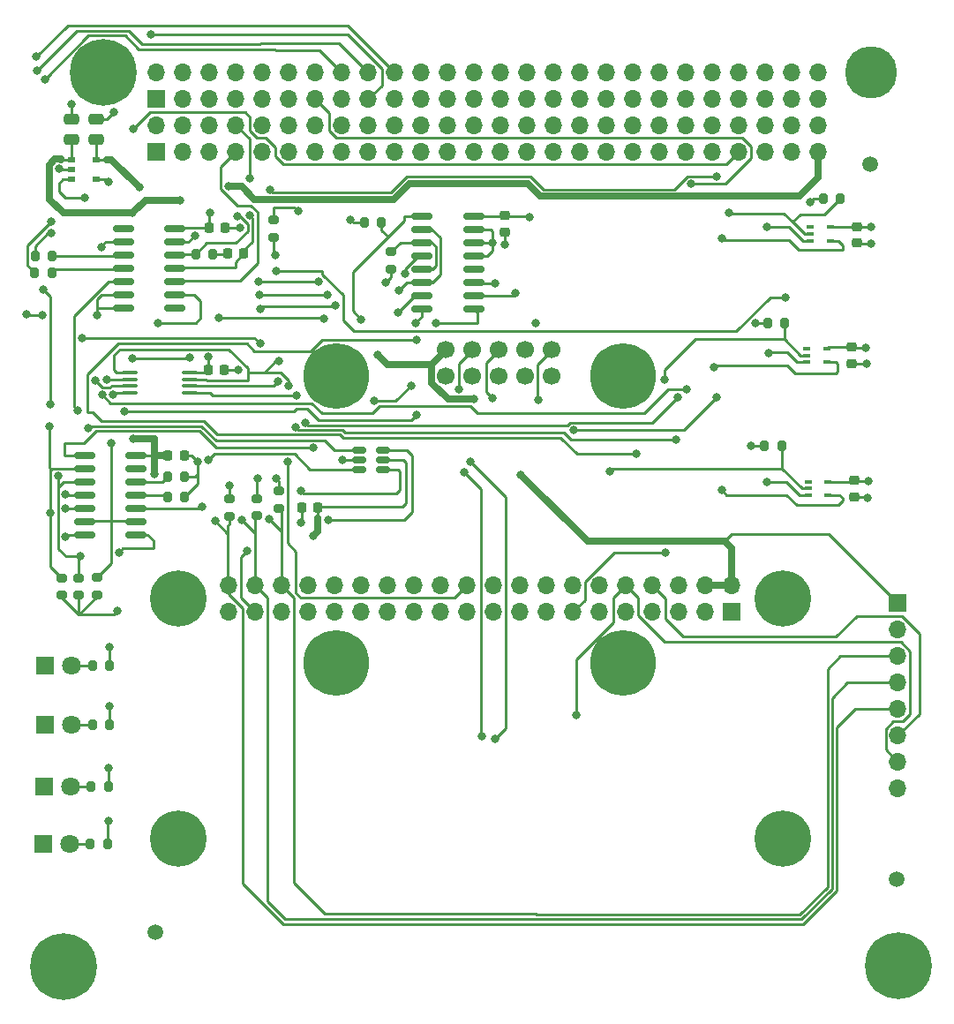
<source format=gtl>
%TF.GenerationSoftware,KiCad,Pcbnew,8.0.1*%
%TF.CreationDate,2024-06-13T14:26:33-04:00*%
%TF.ProjectId,Payload Board,5061796c-6f61-4642-9042-6f6172642e6b,rev?*%
%TF.SameCoordinates,Original*%
%TF.FileFunction,Copper,L1,Top*%
%TF.FilePolarity,Positive*%
%FSLAX46Y46*%
G04 Gerber Fmt 4.6, Leading zero omitted, Abs format (unit mm)*
G04 Created by KiCad (PCBNEW 8.0.1) date 2024-06-13 14:26:33*
%MOMM*%
%LPD*%
G01*
G04 APERTURE LIST*
G04 Aperture macros list*
%AMRoundRect*
0 Rectangle with rounded corners*
0 $1 Rounding radius*
0 $2 $3 $4 $5 $6 $7 $8 $9 X,Y pos of 4 corners*
0 Add a 4 corners polygon primitive as box body*
4,1,4,$2,$3,$4,$5,$6,$7,$8,$9,$2,$3,0*
0 Add four circle primitives for the rounded corners*
1,1,$1+$1,$2,$3*
1,1,$1+$1,$4,$5*
1,1,$1+$1,$6,$7*
1,1,$1+$1,$8,$9*
0 Add four rect primitives between the rounded corners*
20,1,$1+$1,$2,$3,$4,$5,0*
20,1,$1+$1,$4,$5,$6,$7,0*
20,1,$1+$1,$6,$7,$8,$9,0*
20,1,$1+$1,$8,$9,$2,$3,0*%
G04 Aperture macros list end*
%TA.AperFunction,SMDPad,CuDef*%
%ADD10R,0.650000X0.400000*%
%TD*%
%TA.AperFunction,SMDPad,CuDef*%
%ADD11RoundRect,0.100000X-0.637500X-0.100000X0.637500X-0.100000X0.637500X0.100000X-0.637500X0.100000X0*%
%TD*%
%TA.AperFunction,SMDPad,CuDef*%
%ADD12RoundRect,0.150000X-0.825000X-0.150000X0.825000X-0.150000X0.825000X0.150000X-0.825000X0.150000X0*%
%TD*%
%TA.AperFunction,ComponentPad*%
%ADD13C,5.400000*%
%TD*%
%TA.AperFunction,ComponentPad*%
%ADD14R,1.700000X1.700000*%
%TD*%
%TA.AperFunction,ComponentPad*%
%ADD15O,1.700000X1.700000*%
%TD*%
%TA.AperFunction,ComponentPad*%
%ADD16C,6.300000*%
%TD*%
%TA.AperFunction,ComponentPad*%
%ADD17C,1.700000*%
%TD*%
%TA.AperFunction,SMDPad,CuDef*%
%ADD18RoundRect,0.200000X-0.200000X-0.275000X0.200000X-0.275000X0.200000X0.275000X-0.200000X0.275000X0*%
%TD*%
%TA.AperFunction,SMDPad,CuDef*%
%ADD19RoundRect,0.225000X-0.250000X0.225000X-0.250000X-0.225000X0.250000X-0.225000X0.250000X0.225000X0*%
%TD*%
%TA.AperFunction,SMDPad,CuDef*%
%ADD20RoundRect,0.225000X-0.225000X-0.250000X0.225000X-0.250000X0.225000X0.250000X-0.225000X0.250000X0*%
%TD*%
%TA.AperFunction,SMDPad,CuDef*%
%ADD21RoundRect,0.225000X0.225000X0.250000X-0.225000X0.250000X-0.225000X-0.250000X0.225000X-0.250000X0*%
%TD*%
%TA.AperFunction,SMDPad,CuDef*%
%ADD22RoundRect,0.200000X-0.275000X0.200000X-0.275000X-0.200000X0.275000X-0.200000X0.275000X0.200000X0*%
%TD*%
%TA.AperFunction,SMDPad,CuDef*%
%ADD23RoundRect,0.200000X0.275000X-0.200000X0.275000X0.200000X-0.275000X0.200000X-0.275000X-0.200000X0*%
%TD*%
%TA.AperFunction,ComponentPad*%
%ADD24C,5.000000*%
%TD*%
%TA.AperFunction,ComponentPad*%
%ADD25C,6.400000*%
%TD*%
%TA.AperFunction,ComponentPad*%
%ADD26R,1.800000X1.800000*%
%TD*%
%TA.AperFunction,ComponentPad*%
%ADD27C,1.800000*%
%TD*%
%TA.AperFunction,SMDPad,CuDef*%
%ADD28RoundRect,0.250000X0.475000X-0.250000X0.475000X0.250000X-0.475000X0.250000X-0.475000X-0.250000X0*%
%TD*%
%TA.AperFunction,SMDPad,CuDef*%
%ADD29RoundRect,0.200000X0.200000X0.275000X-0.200000X0.275000X-0.200000X-0.275000X0.200000X-0.275000X0*%
%TD*%
%TA.AperFunction,SMDPad,CuDef*%
%ADD30R,0.700000X0.510000*%
%TD*%
%TA.AperFunction,SMDPad,CuDef*%
%ADD31RoundRect,0.225000X0.250000X-0.225000X0.250000X0.225000X-0.250000X0.225000X-0.250000X-0.225000X0*%
%TD*%
%TA.AperFunction,SMDPad,CuDef*%
%ADD32C,1.500000*%
%TD*%
%TA.AperFunction,SMDPad,CuDef*%
%ADD33RoundRect,0.150000X-0.512500X-0.150000X0.512500X-0.150000X0.512500X0.150000X-0.512500X0.150000X0*%
%TD*%
%TA.AperFunction,ViaPad*%
%ADD34C,0.800000*%
%TD*%
%TA.AperFunction,Conductor*%
%ADD35C,0.250000*%
%TD*%
%TA.AperFunction,Conductor*%
%ADD36C,0.635000*%
%TD*%
%TA.AperFunction,Conductor*%
%ADD37C,0.254000*%
%TD*%
G04 APERTURE END LIST*
D10*
%TO.P,U2,1,NC*%
%TO.N,unconnected-(U2-NC-Pad1)*%
X128190000Y-75290000D03*
%TO.P,U2,2,A*%
%TO.N,BCM_22*%
X128190000Y-75940000D03*
%TO.P,U2,3,GND*%
%TO.N,GND*%
X128190000Y-76590000D03*
%TO.P,U2,4,y*%
%TO.N,H2_9*%
X130090000Y-76590000D03*
%TO.P,U2,5,Vcc*%
%TO.N,+3V3*%
X130090000Y-75290000D03*
%TD*%
%TO.P,U3,1,NC*%
%TO.N,unconnected-(U3-NC-Pad1)*%
X127830000Y-86960000D03*
%TO.P,U3,2,A*%
%TO.N,BCM_27*%
X127830000Y-87610000D03*
%TO.P,U3,3,GND*%
%TO.N,GND*%
X127830000Y-88260000D03*
%TO.P,U3,4,y*%
%TO.N,H2_11*%
X129730000Y-88260000D03*
%TO.P,U3,5,Vcc*%
%TO.N,+3V3*%
X129730000Y-86960000D03*
%TD*%
D11*
%TO.P,U6,1,1OE*%
%TO.N,BCM_25*%
X62877500Y-89245000D03*
%TO.P,U6,2,1A*%
%TO.N,BCM_2_(SDA)*%
X62877500Y-89895000D03*
%TO.P,U6,3,1B*%
%TO.N,H1_45*%
X62877500Y-90545000D03*
%TO.P,U6,4,GND*%
%TO.N,GND*%
X62877500Y-91195000D03*
%TO.P,U6,5,2A*%
%TO.N,BCM_3_(SCL)*%
X68602500Y-91195000D03*
%TO.P,U6,6,2B*%
%TO.N,H1_47*%
X68602500Y-90545000D03*
%TO.P,U6,7,2OE*%
%TO.N,BCM_25*%
X68602500Y-89895000D03*
%TO.P,U6,8,Vcc*%
%TO.N,+3V3*%
X68602500Y-89245000D03*
%TD*%
D12*
%TO.P,U8,1,NC*%
%TO.N,unconnected-(U8-NC-Pad1)*%
X62285000Y-75450000D03*
%TO.P,U8,2,R*%
%TO.N,BCM_28_(TxD)*%
X62285000Y-76720000D03*
%TO.P,U8,3,RE*%
%TO.N,Net-(U8-RE)*%
X62285000Y-77990000D03*
%TO.P,U8,4,DE*%
%TO.N,Net-(U8-DE)*%
X62285000Y-79260000D03*
%TO.P,U8,5,D*%
%TO.N,BCM_29_(RxD)*%
X62285000Y-80530000D03*
%TO.P,U8,6,GND*%
%TO.N,GND*%
X62285000Y-81800000D03*
%TO.P,U8,7,GND*%
X62285000Y-83070000D03*
%TO.P,U8,8,NC*%
%TO.N,unconnected-(U8-NC-Pad8)*%
X67235000Y-83070000D03*
%TO.P,U8,9,Y*%
%TO.N,H1_5*%
X67235000Y-81800000D03*
%TO.P,U8,10,Z*%
%TO.N,H1_7*%
X67235000Y-80530000D03*
%TO.P,U8,11,B*%
%TO.N,H1_8*%
X67235000Y-79260000D03*
%TO.P,U8,12,A*%
%TO.N,H1_6*%
X67235000Y-77990000D03*
%TO.P,U8,13,Vcc*%
%TO.N,+3V3*%
X67235000Y-76720000D03*
%TO.P,U8,14,Vcc*%
X67235000Y-75450000D03*
%TD*%
D13*
%TO.P,U1,*%
%TO.N,*%
X125500000Y-110950000D03*
X67500000Y-110950000D03*
X125500000Y-133950000D03*
X67500000Y-133950000D03*
D14*
%TO.P,U1,1,3V3_power*%
%TO.N,+3V3*%
X120630000Y-112220000D03*
D15*
%TO.P,U1,2,5vV_Power*%
%TO.N,+5V*%
X120630000Y-109680000D03*
%TO.P,U1,3,BCM_2_(SDA)*%
%TO.N,BCM_2_(SDA)*%
X118090000Y-112220000D03*
%TO.P,U1,4,5vV_Power*%
%TO.N,+5V*%
X118090000Y-109680000D03*
%TO.P,U1,5,BCM_3_(SCL)*%
%TO.N,BCM_3_(SCL)*%
X115550000Y-112220000D03*
%TO.P,U1,6,GND*%
%TO.N,GND*%
X115550000Y-109680000D03*
%TO.P,U1,7,BCM_4_(GPCLKO)*%
%TO.N,unconnected-(U1-BCM_4_(GPCLKO)-Pad7)*%
X113010000Y-112220000D03*
%TO.P,U1,8,BCM_14_(TxD)*%
%TO.N,BCM_14_(TxD)*%
X113010000Y-109680000D03*
%TO.P,U1,9,GND*%
%TO.N,GND*%
X110470000Y-112220000D03*
%TO.P,U1,10,BCM_15_(RxD)*%
%TO.N,BCM_15_(RxD)*%
X110470000Y-109680000D03*
%TO.P,U1,11,BCM_17*%
%TO.N,BCM_17*%
X107930000Y-112220000D03*
%TO.P,U1,12,BCM_18_(PWMO)*%
%TO.N,unconnected-(U1-BCM_18_(PWMO)-Pad12)*%
X107930000Y-109680000D03*
%TO.P,U1,13,BCM_27*%
%TO.N,BCM_27*%
X105390000Y-112220000D03*
%TO.P,U1,14,GND*%
%TO.N,GND*%
X105390000Y-109680000D03*
%TO.P,U1,15,BCM_22*%
%TO.N,BCM_22*%
X102850000Y-112220000D03*
%TO.P,U1,16,BCM_23*%
%TO.N,BCM_23*%
X102850000Y-109680000D03*
%TO.P,U1,17,3V3_power*%
%TO.N,+3V3*%
X100310000Y-112220000D03*
%TO.P,U1,18,BCM_24*%
%TO.N,unconnected-(U1-BCM_24-Pad18)*%
X100310000Y-109680000D03*
%TO.P,U1,19,BCM_10_(MOSI)*%
%TO.N,BCM_10_(MOSI)*%
X97770000Y-112220000D03*
%TO.P,U1,20,GND*%
%TO.N,GND*%
X97770000Y-109680000D03*
%TO.P,U1,21,BCM_9_(MISO)*%
%TO.N,BCM_9_(MISO)*%
X95230000Y-112220000D03*
%TO.P,U1,22,BCM_25*%
%TO.N,BCM_25*%
X95230000Y-109680000D03*
%TO.P,U1,23,BCM_11_(SCLK)*%
%TO.N,BCM_11_(SCLK)*%
X92690000Y-112220000D03*
%TO.P,U1,24,BCM_8_(CE0)*%
%TO.N,BCM_8_(CE0)*%
X92690000Y-109680000D03*
%TO.P,U1,25,GND*%
%TO.N,GND*%
X90150000Y-112220000D03*
%TO.P,U1,26,BCM_7_(CE1)*%
%TO.N,unconnected-(U1-BCM_7_(CE1)-Pad26)*%
X90150000Y-109680000D03*
%TO.P,U1,27,BCM_0_(ID_SD)*%
%TO.N,unconnected-(U1-BCM_0_(ID_SD)-Pad27)*%
X87610000Y-112220000D03*
%TO.P,U1,28,BCN_l_(ID_SC)*%
%TO.N,unconnected-(U1-BCN_l_(ID_SC)-Pad28)*%
X87610000Y-109680000D03*
%TO.P,U1,29,BCM_5*%
%TO.N,unconnected-(U1-BCM_5-Pad29)*%
X85070000Y-112220000D03*
%TO.P,U1,30,GND*%
%TO.N,GND*%
X85070000Y-109680000D03*
%TO.P,U1,31,BCM_6*%
%TO.N,unconnected-(U1-BCM_6-Pad31)*%
X82530000Y-112220000D03*
%TO.P,U1,32,BCM_12_(PWM0)*%
%TO.N,unconnected-(U1-BCM_12_(PWM0)-Pad32)*%
X82530000Y-109680000D03*
%TO.P,U1,33,BCM_13_(PWM1)*%
%TO.N,unconnected-(U1-BCM_13_(PWM1)-Pad33)*%
X79990000Y-112220000D03*
%TO.P,U1,34,GND*%
%TO.N,unconnected-(U1-GND-Pad34)*%
X79990000Y-109680000D03*
%TO.P,U1,35,BCM_19_(MISO)*%
%TO.N,unconnected-(U1-BCM_19_(MISO)-Pad35)*%
X77450000Y-112220000D03*
%TO.P,U1,36,BCM_16*%
%TO.N,H2_24*%
X77450000Y-109680000D03*
%TO.P,U1,37,BCM_26*%
%TO.N,BCM_26*%
X74910000Y-112220000D03*
%TO.P,U1,38,BCM_20_(MOSI)*%
%TO.N,H2_22*%
X74910000Y-109680000D03*
%TO.P,U1,39,GND*%
%TO.N,GND*%
X72370000Y-112220000D03*
%TO.P,U1,40,BCM_21_(SCLK)*%
%TO.N,H2_10*%
X72370000Y-109680000D03*
%TD*%
D16*
%TO.P,U7,*%
%TO.N,*%
X110233128Y-117086662D03*
X110233128Y-89586662D03*
D17*
X103333128Y-89586662D03*
X100793128Y-89586662D03*
X98253128Y-89586662D03*
X95713128Y-89586662D03*
X93173128Y-89586662D03*
D16*
X82733128Y-117086662D03*
X82733128Y-89586662D03*
D17*
%TO.P,U7,1,+5v*%
%TO.N,+5V*%
X93211462Y-87069142D03*
%TO.P,U7,2,Tx*%
%TO.N,Tx*%
X95751462Y-87069142D03*
%TO.P,U7,3,Rx*%
%TO.N,Rx*%
X98291462Y-87069142D03*
%TO.P,U7,4,GND*%
%TO.N,GND*%
X100831462Y-87069142D03*
%TO.P,U7,5,RST*%
%TO.N,BCM_23*%
X103371462Y-87069142D03*
%TD*%
D18*
%TO.P,R6,1*%
%TO.N,GND*%
X53795000Y-78040000D03*
%TO.P,R6,2*%
%TO.N,Net-(U8-RE)*%
X55445000Y-78040000D03*
%TD*%
D19*
%TO.P,C1,1*%
%TO.N,+3V3*%
X132633128Y-75286662D03*
%TO.P,C1,2*%
%TO.N,GND*%
X132633128Y-76836662D03*
%TD*%
%TO.P,C2,1*%
%TO.N,+3V3*%
X132158128Y-86811662D03*
%TO.P,C2,2*%
%TO.N,GND*%
X132158128Y-88361662D03*
%TD*%
%TO.P,C3,1*%
%TO.N,+3V3*%
X132358128Y-99611662D03*
%TO.P,C3,2*%
%TO.N,GND*%
X132358128Y-101161662D03*
%TD*%
D20*
%TO.P,C5,1*%
%TO.N,+3V3*%
X70405000Y-88980000D03*
%TO.P,C5,2*%
%TO.N,GND*%
X71955000Y-88980000D03*
%TD*%
D21*
%TO.P,C7,1*%
%TO.N,GND*%
X72060000Y-75350000D03*
%TO.P,C7,2*%
%TO.N,+3V3*%
X70510000Y-75350000D03*
%TD*%
D20*
%TO.P,C8,1*%
%TO.N,Net-(C8-Pad1)*%
X72295000Y-77850000D03*
%TO.P,C8,2*%
%TO.N,H1_8*%
X73845000Y-77850000D03*
%TD*%
D22*
%TO.P,R1,1*%
%TO.N,+3V3*%
X72440000Y-101355000D03*
%TO.P,R1,2*%
%TO.N,H2_10*%
X72440000Y-103005000D03*
%TD*%
D23*
%TO.P,R2,1*%
%TO.N,H2_22*%
X75090000Y-102985000D03*
%TO.P,R2,2*%
%TO.N,+3V3*%
X75090000Y-101335000D03*
%TD*%
%TO.P,R3,1*%
%TO.N,H2_24*%
X77210000Y-102265000D03*
%TO.P,R3,2*%
%TO.N,+3V3*%
X77210000Y-100615000D03*
%TD*%
D22*
%TO.P,R4,1*%
%TO.N,+3V3*%
X76693334Y-74597480D03*
%TO.P,R4,2*%
%TO.N,BCM_25*%
X76693334Y-76247480D03*
%TD*%
D18*
%TO.P,R7,1*%
%TO.N,+3V3*%
X53775000Y-79640000D03*
%TO.P,R7,2*%
%TO.N,Net-(U8-DE)*%
X55425000Y-79640000D03*
%TD*%
%TO.P,R8,1*%
%TO.N,H1_6*%
X69205000Y-77860000D03*
%TO.P,R8,2*%
%TO.N,Net-(C8-Pad1)*%
X70855000Y-77860000D03*
%TD*%
D14*
%TO.P,J1,1,Pin_1*%
%TO.N,+5V*%
X136580000Y-111370000D03*
D15*
%TO.P,J1,2,Pin_2*%
%TO.N,+3V3*%
X136580000Y-113910000D03*
%TO.P,J1,3,Pin_3*%
%TO.N,H2_24*%
X136580000Y-116450000D03*
%TO.P,J1,4,Pin_4*%
%TO.N,H2_22*%
X136580000Y-118990000D03*
%TO.P,J1,5,Pin_5*%
%TO.N,H2_10*%
X136580000Y-121530000D03*
%TO.P,J1,6,Pin_6*%
%TO.N,BCM_14_(TxD)*%
X136580000Y-124070000D03*
%TO.P,J1,7,Pin_7*%
%TO.N,BCM_15_(RxD)*%
X136580000Y-126610000D03*
%TO.P,J1,8,Pin_8*%
%TO.N,GND*%
X136580000Y-129150000D03*
%TD*%
D14*
%TO.P,H1,1,Pin_1*%
%TO.N,unconnected-(H1-Pin_1-Pad1)*%
X65448128Y-68081662D03*
D15*
%TO.P,H1,2,Pin_2*%
%TO.N,unconnected-(H1-Pin_2-Pad2)*%
X65448128Y-65541662D03*
%TO.P,H1,3,Pin_3*%
%TO.N,GND*%
X67988128Y-68081662D03*
%TO.P,H1,4,Pin_4*%
%TO.N,unconnected-(H1-Pin_4-Pad4)*%
X67988128Y-65531662D03*
%TO.P,H1,5,Pin_5*%
%TO.N,H1_5*%
X70528128Y-68081662D03*
%TO.P,H1,6,Pin_6*%
%TO.N,H1_6*%
X70528128Y-65531662D03*
%TO.P,H1,7,Pin_7*%
%TO.N,H1_7*%
X73068128Y-68081662D03*
%TO.P,H1,8,Pin_8*%
%TO.N,H1_8*%
X73068128Y-65531662D03*
%TO.P,H1,9,Pin_9*%
%TO.N,unconnected-(H1-Pin_9-Pad9)*%
X75608128Y-68081662D03*
%TO.P,H1,10,Pin_10*%
%TO.N,unconnected-(H1-Pin_10-Pad10)*%
X75608128Y-65531662D03*
%TO.P,H1,11,Pin_11*%
%TO.N,unconnected-(H1-Pin_11-Pad11)*%
X78148128Y-68081662D03*
%TO.P,H1,12,Pin_12*%
%TO.N,unconnected-(H1-Pin_12-Pad12)*%
X78148128Y-65531662D03*
%TO.P,H1,13,Pin_13*%
%TO.N,GND*%
X80688128Y-68081662D03*
%TO.P,H1,14,Pin_14*%
%TO.N,unconnected-(H1-Pin_14-Pad14)*%
X80688128Y-65531662D03*
%TO.P,H1,15,Pin_15*%
%TO.N,unconnected-(H1-Pin_15-Pad15)*%
X83228128Y-68081662D03*
%TO.P,H1,16,Pin_16*%
%TO.N,unconnected-(H1-Pin_16-Pad16)*%
X83228128Y-65531662D03*
%TO.P,H1,17,Pin_17*%
%TO.N,unconnected-(H1-Pin_17-Pad17)*%
X85768128Y-68081662D03*
%TO.P,H1,18,Pin_18*%
%TO.N,unconnected-(H1-Pin_18-Pad18)*%
X85768128Y-65531662D03*
%TO.P,H1,19,Pin_19*%
%TO.N,unconnected-(H1-Pin_19-Pad19)*%
X88308128Y-68081662D03*
%TO.P,H1,20,Pin_20*%
%TO.N,unconnected-(H1-Pin_20-Pad20)*%
X88308128Y-65531662D03*
%TO.P,H1,21,Pin_21*%
%TO.N,unconnected-(H1-Pin_21-Pad21)*%
X90848128Y-68081662D03*
%TO.P,H1,22,Pin_22*%
%TO.N,unconnected-(H1-Pin_22-Pad22)*%
X90848128Y-65531662D03*
%TO.P,H1,23,Pin_23*%
%TO.N,unconnected-(H1-Pin_23-Pad23)*%
X93388128Y-68081662D03*
%TO.P,H1,24,Pin_24*%
%TO.N,unconnected-(H1-Pin_24-Pad24)*%
X93388128Y-65531662D03*
%TO.P,H1,25,Pin_25*%
%TO.N,unconnected-(H1-Pin_25-Pad25)*%
X95928128Y-68081662D03*
%TO.P,H1,26,Pin_26*%
%TO.N,unconnected-(H1-Pin_26-Pad26)*%
X95928128Y-65531662D03*
%TO.P,H1,27,Pin_27*%
%TO.N,unconnected-(H1-Pin_27-Pad27)*%
X98468128Y-68081662D03*
%TO.P,H1,28,Pin_28*%
%TO.N,unconnected-(H1-Pin_28-Pad28)*%
X98468128Y-65531662D03*
%TO.P,H1,29,Pin_29*%
%TO.N,unconnected-(H1-Pin_29-Pad29)*%
X101008128Y-68081662D03*
%TO.P,H1,30,Pin_30*%
%TO.N,unconnected-(H1-Pin_30-Pad30)*%
X101008128Y-65531662D03*
%TO.P,H1,31,Pin_31*%
%TO.N,unconnected-(H1-Pin_31-Pad31)*%
X103548128Y-68081662D03*
%TO.P,H1,32,Pin_32*%
%TO.N,unconnected-(H1-Pin_32-Pad32)*%
X103548128Y-65531662D03*
%TO.P,H1,33,Pin_33*%
%TO.N,unconnected-(H1-Pin_33-Pad33)*%
X106088128Y-68081662D03*
%TO.P,H1,34,Pin_34*%
%TO.N,unconnected-(H1-Pin_34-Pad34)*%
X106088128Y-65531662D03*
%TO.P,H1,35,Pin_35*%
%TO.N,unconnected-(H1-Pin_35-Pad35)*%
X108628128Y-68081662D03*
%TO.P,H1,36,Pin_36*%
%TO.N,unconnected-(H1-Pin_36-Pad36)*%
X108628128Y-65531662D03*
%TO.P,H1,37,Pin_37*%
%TO.N,unconnected-(H1-Pin_37-Pad37)*%
X111168128Y-68081662D03*
%TO.P,H1,38,Pin_38*%
%TO.N,unconnected-(H1-Pin_38-Pad38)*%
X111168128Y-65531662D03*
%TO.P,H1,39,Pin_39*%
%TO.N,unconnected-(H1-Pin_39-Pad39)*%
X113708128Y-68081662D03*
%TO.P,H1,40,Pin_40*%
%TO.N,unconnected-(H1-Pin_40-Pad40)*%
X113708128Y-65531662D03*
%TO.P,H1,41,Pin_41*%
%TO.N,unconnected-(H1-Pin_41-Pad41)*%
X116248128Y-68081662D03*
%TO.P,H1,42,Pin_42*%
%TO.N,GND*%
X116248128Y-65531662D03*
%TO.P,H1,43,Pin_43*%
%TO.N,unconnected-(H1-Pin_43-Pad43)*%
X118788128Y-68081662D03*
%TO.P,H1,44,Pin_44*%
%TO.N,unconnected-(H1-Pin_44-Pad44)*%
X118788128Y-65531662D03*
%TO.P,H1,45,Pin_45*%
%TO.N,H1_45*%
X121328128Y-68081662D03*
%TO.P,H1,46,Pin_46*%
%TO.N,GND*%
X121328128Y-65531662D03*
%TO.P,H1,47,Pin_47*%
%TO.N,H1_47*%
X123868128Y-68081662D03*
%TO.P,H1,48,Pin_48*%
%TO.N,unconnected-(H1-Pin_48-Pad48)*%
X123868128Y-65531662D03*
%TO.P,H1,49,Pin_49*%
%TO.N,unconnected-(H1-Pin_49-Pad49)*%
X126408128Y-68081662D03*
%TO.P,H1,50,Pin_50*%
%TO.N,GND*%
X126408128Y-65531662D03*
%TO.P,H1,51,Pin_51*%
%TO.N,5v_IC_power*%
X128948128Y-68081662D03*
%TO.P,H1,52,Pin_52*%
%TO.N,unconnected-(H1-Pin_52-Pad52)*%
X128948128Y-65531662D03*
%TD*%
D14*
%TO.P,H2,1,Pin_1*%
%TO.N,unconnected-(H2-Pin_1-Pad1)*%
X65448128Y-63001662D03*
D15*
%TO.P,H2,2,Pin_2*%
%TO.N,GND*%
X65448128Y-60461662D03*
%TO.P,H2,3,Pin_3*%
%TO.N,unconnected-(H2-Pin_3-Pad3)*%
X67988128Y-63001662D03*
%TO.P,H2,4,Pin_4*%
%TO.N,unconnected-(H2-Pin_4-Pad4)*%
X67988128Y-60451662D03*
%TO.P,H2,5,Pin_5*%
%TO.N,unconnected-(H2-Pin_5-Pad5)*%
X70528128Y-63001662D03*
%TO.P,H2,6,Pin_6*%
%TO.N,unconnected-(H2-Pin_6-Pad6)*%
X70528128Y-60451662D03*
%TO.P,H2,7,Pin_7*%
%TO.N,unconnected-(H2-Pin_7-Pad7)*%
X73068128Y-63001662D03*
%TO.P,H2,8,Pin_8*%
%TO.N,unconnected-(H2-Pin_8-Pad8)*%
X73068128Y-60451662D03*
%TO.P,H2,9,Pin_9*%
%TO.N,H2_9*%
X75608128Y-63001662D03*
%TO.P,H2,10,Pin_10*%
%TO.N,H2_10*%
X75608128Y-60451662D03*
%TO.P,H2,11,Pin_11*%
%TO.N,H2_11*%
X78148128Y-63001662D03*
%TO.P,H2,12,Pin_12*%
%TO.N,unconnected-(H2-Pin_12-Pad12)*%
X78148128Y-60451662D03*
%TO.P,H2,13,Pin_13*%
%TO.N,H2_13*%
X80688128Y-63001662D03*
%TO.P,H2,14,Pin_14*%
%TO.N,unconnected-(H2-Pin_14-Pad14)*%
X80688128Y-60451662D03*
%TO.P,H2,15,Pin_15*%
%TO.N,GND*%
X83228128Y-63001662D03*
%TO.P,H2,16,Pin_16*%
%TO.N,H2_16*%
X83228128Y-60451662D03*
%TO.P,H2,17,Pin_17*%
%TO.N,H2_17*%
X85768128Y-63001662D03*
%TO.P,H2,18,Pin_18*%
%TO.N,H2_18*%
X85768128Y-60451662D03*
%TO.P,H2,19,Pin_19*%
%TO.N,unconnected-(H2-Pin_19-Pad19)*%
X88308128Y-63001662D03*
%TO.P,H2,20,Pin_20*%
%TO.N,H2_20*%
X88308128Y-60451662D03*
%TO.P,H2,21,Pin_21*%
%TO.N,unconnected-(H2-Pin_21-Pad21)*%
X90848128Y-63001662D03*
%TO.P,H2,22,Pin_22*%
%TO.N,H2_22*%
X90848128Y-60451662D03*
%TO.P,H2,23,Pin_23*%
%TO.N,unconnected-(H2-Pin_23-Pad23)*%
X93388128Y-63001662D03*
%TO.P,H2,24,Pin_24*%
%TO.N,H2_24*%
X93388128Y-60451662D03*
%TO.P,H2,25,Pin_25*%
%TO.N,unconnected-(H2-Pin_25-Pad25)*%
X95928128Y-63001662D03*
%TO.P,H2,26,Pin_26*%
%TO.N,unconnected-(H2-Pin_26-Pad26)*%
X95928128Y-60451662D03*
%TO.P,H2,27,Pin_27*%
%TO.N,unconnected-(H2-Pin_27-Pad27)*%
X98468128Y-63001662D03*
%TO.P,H2,28,Pin_28*%
%TO.N,unconnected-(H2-Pin_28-Pad28)*%
X98468128Y-60451662D03*
%TO.P,H2,29,Pin_29*%
%TO.N,GND*%
X101008128Y-63001662D03*
%TO.P,H2,30,Pin_30*%
X101008128Y-60451662D03*
%TO.P,H2,31,Pin_31*%
X103548128Y-63001662D03*
%TO.P,H2,32,Pin_32*%
X103548128Y-60451662D03*
%TO.P,H2,33,Pin_33*%
%TO.N,unconnected-(H2-Pin_33-Pad33)*%
X106088128Y-63001662D03*
%TO.P,H2,34,Pin_34*%
%TO.N,unconnected-(H2-Pin_34-Pad34)*%
X106088128Y-60451662D03*
%TO.P,H2,35,Pin_35*%
%TO.N,unconnected-(H2-Pin_35-Pad35)*%
X108628128Y-63001662D03*
%TO.P,H2,36,Pin_36*%
%TO.N,unconnected-(H2-Pin_36-Pad36)*%
X108628128Y-60451662D03*
%TO.P,H2,37,Pin_37*%
%TO.N,unconnected-(H2-Pin_37-Pad37)*%
X111168128Y-63001662D03*
%TO.P,H2,38,Pin_38*%
%TO.N,unconnected-(H2-Pin_38-Pad38)*%
X111168128Y-60451662D03*
%TO.P,H2,39,Pin_39*%
%TO.N,unconnected-(H2-Pin_39-Pad39)*%
X113708128Y-63001662D03*
%TO.P,H2,40,Pin_40*%
%TO.N,unconnected-(H2-Pin_40-Pad40)*%
X113708128Y-60451662D03*
%TO.P,H2,41,Pin_41*%
%TO.N,unconnected-(H2-Pin_41-Pad41)*%
X116248128Y-63001662D03*
%TO.P,H2,42,Pin_42*%
%TO.N,unconnected-(H2-Pin_42-Pad42)*%
X116248128Y-60451662D03*
%TO.P,H2,43,Pin_43*%
%TO.N,unconnected-(H2-Pin_43-Pad43)*%
X118788128Y-63001662D03*
%TO.P,H2,44,Pin_44*%
%TO.N,unconnected-(H2-Pin_44-Pad44)*%
X118788128Y-60451662D03*
%TO.P,H2,45,Pin_45*%
%TO.N,unconnected-(H2-Pin_45-Pad45)*%
X121328128Y-63001662D03*
%TO.P,H2,46,Pin_46*%
%TO.N,unconnected-(H2-Pin_46-Pad46)*%
X121328128Y-60451662D03*
%TO.P,H2,47,Pin_47*%
%TO.N,unconnected-(H2-Pin_47-Pad47)*%
X123868128Y-63001662D03*
%TO.P,H2,48,Pin_48*%
%TO.N,unconnected-(H2-Pin_48-Pad48)*%
X123868128Y-60451662D03*
%TO.P,H2,49,Pin_49*%
%TO.N,unconnected-(H2-Pin_49-Pad49)*%
X126408128Y-63001662D03*
%TO.P,H2,50,Pin_50*%
%TO.N,unconnected-(H2-Pin_50-Pad50)*%
X126408128Y-60451662D03*
%TO.P,H2,51,Pin_51*%
%TO.N,unconnected-(H2-Pin_51-Pad51)*%
X128948128Y-63001662D03*
%TO.P,H2,52,Pin_52*%
%TO.N,unconnected-(H2-Pin_52-Pad52)*%
X128948128Y-60451662D03*
%TD*%
D24*
%TO.P,M4,*%
%TO.N,GND*%
X134028128Y-60461662D03*
%TD*%
D25*
%TO.P,M3,*%
%TO.N,GND*%
X60368128Y-60461662D03*
%TD*%
D26*
%TO.P,D3,1,K*%
%TO.N,Tx*%
X54673334Y-128972480D03*
D27*
%TO.P,D3,2,A*%
%TO.N,Net-(D3-A)*%
X57213334Y-128972480D03*
%TD*%
D12*
%TO.P,U5,1,S*%
%TO.N,BCM_26*%
X90928128Y-74236662D03*
%TO.P,U5,2,1I0*%
%TO.N,BCM_14_(TxD)*%
X90928128Y-75506662D03*
%TO.P,U5,3,1I1*%
%TO.N,Net-(U5-1I1)*%
X90928128Y-76776662D03*
%TO.P,U5,4,1Y*%
%TO.N,Rx*%
X90928128Y-78046662D03*
%TO.P,U5,5,2I0*%
%TO.N,Net-(U5-1I1)*%
X90928128Y-79316662D03*
%TO.P,U5,6,2I1*%
%TO.N,BCM_14_(TxD)*%
X90928128Y-80586662D03*
%TO.P,U5,7,2Y*%
%TO.N,BCM_29_(RxD)*%
X90928128Y-81856662D03*
%TO.P,U5,8,GND*%
%TO.N,GND*%
X90928128Y-83126662D03*
%TO.P,U5,9,3Y*%
%TO.N,BCM_15_(RxD)*%
X95878128Y-83126662D03*
%TO.P,U5,10,3I1*%
%TO.N,BCM_28_(TxD)*%
X95878128Y-81856662D03*
%TO.P,U5,11,3I0*%
%TO.N,Tx*%
X95878128Y-80586662D03*
%TO.P,U5,12,4Y*%
%TO.N,unconnected-(U5-4Y-Pad12)*%
X95878128Y-79316662D03*
%TO.P,U5,13,4I1*%
%TO.N,GND*%
X95878128Y-78046662D03*
%TO.P,U5,14,4I0*%
X95878128Y-76776662D03*
%TO.P,U5,15,~E*%
X95878128Y-75506662D03*
%TO.P,U5,16,Vcc*%
%TO.N,+3V3*%
X95878128Y-74236662D03*
%TD*%
D28*
%TO.P,C4,1*%
%TO.N,+5V*%
X59633128Y-66861662D03*
%TO.P,C4,2*%
%TO.N,GND*%
X59633128Y-64961662D03*
%TD*%
D25*
%TO.P,M1,*%
%TO.N,GND*%
X56558128Y-146186662D03*
%TD*%
D29*
%TO.P,R13,1*%
%TO.N,GND*%
X68153334Y-101172480D03*
%TO.P,R13,2*%
%TO.N,Net-(R13-Pad2)*%
X66503334Y-101172480D03*
%TD*%
D18*
%TO.P,R19,1*%
%TO.N,+3V3*%
X124078128Y-84481662D03*
%TO.P,R19,2*%
%TO.N,BCM_27*%
X125728128Y-84481662D03*
%TD*%
D23*
%TO.P,R17,1*%
%TO.N,5v_IC_power*%
X59738334Y-110557480D03*
%TO.P,R17,2*%
%TO.N,H2_20*%
X59738334Y-108907480D03*
%TD*%
D10*
%TO.P,U4,1,NC*%
%TO.N,unconnected-(U4-NC-Pad1)*%
X127968334Y-99712480D03*
%TO.P,U4,2,A*%
%TO.N,BCM_17*%
X127968334Y-100362480D03*
%TO.P,U4,3,GND*%
%TO.N,GND*%
X127968334Y-101012480D03*
%TO.P,U4,4,y*%
%TO.N,H2_13*%
X129868334Y-101012480D03*
%TO.P,U4,5,Vcc*%
%TO.N,+3V3*%
X129868334Y-99712480D03*
%TD*%
D30*
%TO.P,IC1,1,IN*%
%TO.N,5v_IC_power*%
X57308334Y-68802480D03*
%TO.P,IC1,2,GND*%
%TO.N,GND*%
X57308334Y-69752480D03*
%TO.P,IC1,3,EN*%
%TO.N,Net-(IC1-EN)*%
X57308334Y-70702480D03*
%TO.P,IC1,4,~{OC}*%
%TO.N,H2_17*%
X59628334Y-70702480D03*
%TO.P,IC1,5,OUT*%
%TO.N,+5V*%
X59628334Y-68802480D03*
%TD*%
D22*
%TO.P,R16,1*%
%TO.N,H2_18*%
X57988334Y-108947480D03*
%TO.P,R16,2*%
%TO.N,5v_IC_power*%
X57988334Y-110597480D03*
%TD*%
D21*
%TO.P,C11,1*%
%TO.N,5v_IC_power*%
X80923334Y-102162480D03*
%TO.P,C11,2*%
%TO.N,GND*%
X79373334Y-102162480D03*
%TD*%
D31*
%TO.P,C12,1*%
%TO.N,GND*%
X98858128Y-75761662D03*
%TO.P,C12,2*%
%TO.N,+3V3*%
X98858128Y-74211662D03*
%TD*%
D29*
%TO.P,R9,1*%
%TO.N,+3V3*%
X60938334Y-117352480D03*
%TO.P,R9,2*%
%TO.N,Net-(D1-A)*%
X59288334Y-117352480D03*
%TD*%
D32*
%TO.P,FID2,*%
%TO.N,*%
X65318334Y-142952480D03*
%TD*%
%TO.P,FID1,*%
%TO.N,*%
X133898334Y-69292480D03*
%TD*%
D26*
%TO.P,D1,1,K*%
%TO.N,BCM_14_(TxD)*%
X54773334Y-117322480D03*
D27*
%TO.P,D1,2,A*%
%TO.N,Net-(D1-A)*%
X57313334Y-117322480D03*
%TD*%
D33*
%TO.P,U10,1*%
%TO.N,Net-(U10-Pad1)*%
X84930834Y-96672480D03*
%TO.P,U10,2,GND*%
%TO.N,GND*%
X84930834Y-97622480D03*
%TO.P,U10,3*%
%TO.N,Net-(U10-Pad3)*%
X84930834Y-98572480D03*
%TO.P,U10,4*%
%TO.N,Net-(IC1-EN)*%
X87205834Y-98572480D03*
%TO.P,U10,5,VCC*%
%TO.N,5v_IC_power*%
X87205834Y-97622480D03*
%TO.P,U10,6*%
%TO.N,Net-(U10-Pad6)*%
X87205834Y-96672480D03*
%TD*%
D29*
%TO.P,R11,1*%
%TO.N,+3V3*%
X60813334Y-128962480D03*
%TO.P,R11,2*%
%TO.N,Net-(D3-A)*%
X59163334Y-128962480D03*
%TD*%
D18*
%TO.P,R5,1*%
%TO.N,+3V3*%
X123778128Y-96281662D03*
%TO.P,R5,2*%
%TO.N,BCM_17*%
X125428128Y-96281662D03*
%TD*%
D32*
%TO.P,FID3,*%
%TO.N,*%
X136438334Y-137872480D03*
%TD*%
D29*
%TO.P,R12,1*%
%TO.N,+3V3*%
X60753334Y-134442480D03*
%TO.P,R12,2*%
%TO.N,Net-(D4-A)*%
X59103334Y-134442480D03*
%TD*%
D22*
%TO.P,R15,1*%
%TO.N,H2_16*%
X56388334Y-108947480D03*
%TO.P,R15,2*%
%TO.N,5v_IC_power*%
X56388334Y-110597480D03*
%TD*%
D28*
%TO.P,C6,1*%
%TO.N,5v_IC_power*%
X57308128Y-66861662D03*
%TO.P,C6,2*%
%TO.N,GND*%
X57308128Y-64961662D03*
%TD*%
D25*
%TO.P,M2,*%
%TO.N,GND*%
X136603128Y-146126662D03*
%TD*%
D29*
%TO.P,R10,1*%
%TO.N,+3V3*%
X60953334Y-123022480D03*
%TO.P,R10,2*%
%TO.N,Net-(D2-A)*%
X59303334Y-123022480D03*
%TD*%
%TO.P,R14,1*%
%TO.N,GND*%
X68133334Y-99232480D03*
%TO.P,R14,2*%
%TO.N,Net-(R14-Pad2)*%
X66483334Y-99232480D03*
%TD*%
D12*
%TO.P,U9,1*%
%TO.N,Net-(U10-Pad6)*%
X58533334Y-97182480D03*
%TO.P,U9,2*%
%TO.N,H2_16*%
X58533334Y-98452480D03*
%TO.P,U9,3*%
%TO.N,H2_18*%
X58533334Y-99722480D03*
%TO.P,U9,4*%
%TO.N,Net-(U10-Pad1)*%
X58533334Y-100992480D03*
%TO.P,U9,5*%
%TO.N,H2_16*%
X58533334Y-102262480D03*
%TO.P,U9,6*%
%TO.N,H2_20*%
X58533334Y-103532480D03*
%TO.P,U9,7,GND*%
%TO.N,GND*%
X58533334Y-104802480D03*
%TO.P,U9,8*%
%TO.N,H2_18*%
X63483334Y-104802480D03*
%TO.P,U9,9*%
%TO.N,H2_20*%
X63483334Y-103532480D03*
%TO.P,U9,10*%
%TO.N,Net-(U10-Pad3)*%
X63483334Y-102262480D03*
%TO.P,U9,11*%
%TO.N,Net-(R13-Pad2)*%
X63483334Y-100992480D03*
%TO.P,U9,12*%
%TO.N,Net-(R14-Pad2)*%
X63483334Y-99722480D03*
%TO.P,U9,13*%
%TO.N,unconnected-(U9-Pad13)*%
X63483334Y-98452480D03*
%TO.P,U9,14,VCC*%
%TO.N,5v_IC_power*%
X63483334Y-97182480D03*
%TD*%
D18*
%TO.P,R20,1*%
%TO.N,+3V3*%
X129403128Y-72581662D03*
%TO.P,R20,2*%
%TO.N,BCM_22*%
X131053128Y-72581662D03*
%TD*%
D23*
%TO.P,R18,1*%
%TO.N,+3V3*%
X87958128Y-79311662D03*
%TO.P,R18,2*%
%TO.N,Net-(U5-1I1)*%
X87958128Y-77661662D03*
%TD*%
D26*
%TO.P,D2,1,K*%
%TO.N,BCM_15_(RxD)*%
X54743334Y-123062480D03*
D27*
%TO.P,D2,2,A*%
%TO.N,Net-(D2-A)*%
X57283334Y-123062480D03*
%TD*%
D20*
%TO.P,C10,1*%
%TO.N,5v_IC_power*%
X66553334Y-97162480D03*
%TO.P,C10,2*%
%TO.N,GND*%
X68103334Y-97162480D03*
%TD*%
D26*
%TO.P,D4,1,K*%
%TO.N,Rx*%
X54593334Y-134412480D03*
D27*
%TO.P,D4,2,A*%
%TO.N,Net-(D4-A)*%
X57133334Y-134412480D03*
%TD*%
D18*
%TO.P,R21,1*%
%TO.N,+3V3*%
X85378128Y-74881662D03*
%TO.P,R21,2*%
%TO.N,BCM_26*%
X87028128Y-74881662D03*
%TD*%
D34*
%TO.N,GND*%
X124050000Y-99730000D03*
X56718323Y-105002480D03*
X79288334Y-103622480D03*
X59740000Y-83730000D03*
X98858128Y-76986662D03*
X61247154Y-91359422D03*
X90303128Y-84481662D03*
X133658128Y-101286662D03*
X101803128Y-84481662D03*
X97703128Y-76776662D03*
X61358128Y-64286662D03*
X124150000Y-87350000D03*
X56108334Y-69712480D03*
X83268334Y-97622480D03*
X57308128Y-63486662D03*
X134008128Y-76861662D03*
X69428334Y-97752480D03*
X73280000Y-88970000D03*
X55332834Y-75872480D03*
X124020000Y-75260000D03*
X133558128Y-88386662D03*
X73470000Y-75350000D03*
%TO.N,+3V3*%
X87458128Y-80586662D03*
X79018334Y-73772480D03*
X76964500Y-99402480D03*
X134033128Y-75311662D03*
X133458128Y-86886662D03*
X84058128Y-74586662D03*
X122503128Y-96281662D03*
X60858334Y-127202480D03*
X60818334Y-132262480D03*
X69140000Y-76090000D03*
X60948334Y-121212480D03*
X122903128Y-84481662D03*
X60948334Y-115572480D03*
X55332834Y-74772480D03*
X70550000Y-73950000D03*
X128203128Y-72881662D03*
X72440000Y-100050000D03*
X133758128Y-99686662D03*
X75150000Y-99390000D03*
X101264930Y-74379860D03*
X70390000Y-87730000D03*
%TO.N,H1_8*%
X74362548Y-70597242D03*
X74373949Y-74155641D03*
%TO.N,Tx*%
X94978334Y-98772480D03*
X97903128Y-80681662D03*
X96658334Y-124142480D03*
X94503128Y-90881662D03*
%TO.N,Rx*%
X95578334Y-97784500D03*
X89258128Y-79786662D03*
X97708334Y-91672480D03*
X97978334Y-124362480D03*
%TO.N,H1_5*%
X65608334Y-84463480D03*
%TO.N,BCM_23*%
X102060000Y-91850000D03*
%TO.N,H1_45*%
X59600000Y-90040000D03*
X63258128Y-65886662D03*
%TO.N,Net-(U10-Pad6)*%
X81938334Y-103352480D03*
X80488334Y-96456980D03*
%TO.N,Net-(U10-Pad1)*%
X58888334Y-94592480D03*
X56738334Y-100962480D03*
%TO.N,H1_47*%
X76918334Y-79482480D03*
X125768334Y-82012480D03*
X77108334Y-90102480D03*
%TO.N,5v_IC_power*%
X63168334Y-73922480D03*
X80518334Y-104922480D03*
X65268334Y-98947480D03*
X72325541Y-71337815D03*
X61668334Y-112122480D03*
X63243334Y-95622480D03*
X67668334Y-72722480D03*
%TO.N,H2_9*%
X119690000Y-76410000D03*
X76358128Y-71729980D03*
X119172395Y-70404500D03*
%TO.N,H2_10*%
X71060000Y-103470000D03*
X75260000Y-80550000D03*
X81040000Y-80550000D03*
%TO.N,H2_11*%
X118965000Y-88740000D03*
%TO.N,H2_13*%
X116698629Y-71129500D03*
X119725000Y-100540000D03*
%TO.N,H2_16*%
X55258334Y-102712480D03*
X55168334Y-94412480D03*
X56718334Y-102272480D03*
X54720480Y-61124898D03*
%TO.N,H2_17*%
X60878334Y-70982480D03*
X64958128Y-56786662D03*
%TO.N,H2_18*%
X61832834Y-106522480D03*
X58128334Y-106892480D03*
X56012834Y-99176980D03*
X54543334Y-83722480D03*
X53018334Y-83672480D03*
X53958334Y-60312480D03*
%TO.N,H2_20*%
X54608334Y-81312480D03*
X61118334Y-95995540D03*
X53889162Y-58968308D03*
X55269406Y-92272480D03*
%TO.N,BCM_25*%
X78090000Y-90510000D03*
X77998334Y-97784500D03*
X76818334Y-77947480D03*
X77203128Y-88181662D03*
%TO.N,H1_6*%
X73250000Y-74250000D03*
%TO.N,+5V*%
X63795322Y-71449468D03*
X86643334Y-87547480D03*
X100428334Y-99032480D03*
X95908334Y-91802480D03*
%TO.N,BCM_2_(SDA)*%
X116340000Y-90880000D03*
X60660000Y-89950000D03*
X60248450Y-91399501D03*
%TO.N,BCM_3_(SCL)*%
X79708026Y-94029511D03*
X78890000Y-91420000D03*
X115450000Y-91615000D03*
%TO.N,H2_22*%
X73650000Y-103410000D03*
X81810000Y-81790000D03*
X75310000Y-81810000D03*
%TO.N,H2_24*%
X82620000Y-82830000D03*
X75388334Y-83142480D03*
X76240000Y-103330000D03*
%TO.N,Net-(IC1-EN)*%
X58528334Y-72512480D03*
X75398334Y-86452480D03*
X79298334Y-100582480D03*
X58290499Y-85912480D03*
%TO.N,BCM_15_(RxD)*%
X111460000Y-97060000D03*
X90369790Y-86115000D03*
X105738334Y-122062480D03*
X92303128Y-84481662D03*
%TO.N,BCM_14_(TxD)*%
X86303128Y-91981662D03*
X88703128Y-81381662D03*
X89903128Y-90481662D03*
X115300000Y-95700000D03*
X78815000Y-94479031D03*
%TO.N,BCM_17*%
X108980000Y-98720000D03*
%TO.N,BCM_27*%
X114240000Y-106530000D03*
X114174919Y-89934801D03*
%TO.N,BCM_22*%
X120415000Y-73900000D03*
X119189154Y-91630846D03*
X105460000Y-94760000D03*
%TO.N,BCM_26*%
X85103128Y-84181662D03*
X74103128Y-106381662D03*
%TO.N,BCM_29_(RxD)*%
X62403128Y-92981662D03*
X90403128Y-93281662D03*
X88603128Y-83481662D03*
X57903128Y-92881662D03*
%TO.N,BCM_28_(TxD)*%
X60203128Y-77181662D03*
X71403128Y-83981662D03*
X99903128Y-81581662D03*
X68603128Y-87781662D03*
X63103128Y-87881662D03*
X81503128Y-84081662D03*
%TO.N,Net-(U10-Pad3)*%
X69848334Y-102142480D03*
X70423113Y-97655428D03*
%TD*%
D35*
%TO.N,GND*%
X95878128Y-75506662D02*
X97478128Y-75506662D01*
X57308334Y-69752480D02*
X56148334Y-69752480D01*
X79373334Y-102162480D02*
X79373334Y-103537480D01*
X127830000Y-88260000D02*
X126925000Y-88260000D01*
X69148334Y-99232480D02*
X69428334Y-98952480D01*
X90928128Y-83856662D02*
X90303128Y-84481662D01*
X56918323Y-104802480D02*
X56718323Y-105002480D01*
X125975000Y-87310000D02*
X124190000Y-87310000D01*
X68838334Y-97162480D02*
X69428334Y-97752480D01*
X97703128Y-76776662D02*
X97703128Y-77541662D01*
X125875000Y-99700000D02*
X127185000Y-101010000D01*
X62877500Y-91195000D02*
X61411576Y-91195000D01*
X59770000Y-83070000D02*
X59740000Y-83040000D01*
X58533334Y-104802480D02*
X56918323Y-104802480D01*
X61411576Y-91195000D02*
X61247154Y-91359422D01*
X127187480Y-101012480D02*
X127185000Y-101010000D01*
X97703128Y-75731662D02*
X97703128Y-76776662D01*
X59633128Y-64961662D02*
X60683128Y-64961662D01*
X124080000Y-99700000D02*
X124050000Y-99730000D01*
X97478128Y-75506662D02*
X97703128Y-75731662D01*
X55018334Y-75872480D02*
X55332834Y-75872480D01*
X53795000Y-77095814D02*
X55018334Y-75872480D01*
X127185000Y-101010000D02*
X127970000Y-101010000D01*
X69428334Y-99897480D02*
X69428334Y-98952480D01*
X68153334Y-101172480D02*
X69428334Y-99897480D01*
X73270000Y-88980000D02*
X73280000Y-88970000D01*
X72060000Y-75350000D02*
X73470000Y-75350000D01*
X62285000Y-83070000D02*
X59770000Y-83070000D01*
X127968334Y-101012480D02*
X127187480Y-101012480D01*
X90928128Y-83126662D02*
X90928128Y-83856662D01*
X62285000Y-81800000D02*
X60190000Y-81800000D01*
X133558128Y-88386662D02*
X132183128Y-88386662D01*
X69428334Y-98952480D02*
X69428334Y-97752480D01*
X79373334Y-103537480D02*
X79288334Y-103622480D01*
X126135000Y-75240000D02*
X124040000Y-75240000D01*
X84930834Y-97622480D02*
X83268334Y-97622480D01*
X68103334Y-97162480D02*
X68838334Y-97162480D01*
X59740000Y-83040000D02*
X59740000Y-83730000D01*
X68133334Y-99232480D02*
X69148334Y-99232480D01*
X56148334Y-69752480D02*
X56108334Y-69712480D01*
X97703128Y-76776662D02*
X95878128Y-76776662D01*
X125875000Y-99700000D02*
X124080000Y-99700000D01*
X60683128Y-64961662D02*
X61358128Y-64286662D01*
X132183128Y-88386662D02*
X132158128Y-88361662D01*
X126925000Y-88260000D02*
X125975000Y-87310000D01*
X60190000Y-81800000D02*
X59740000Y-82250000D01*
X97198128Y-78046662D02*
X95878128Y-78046662D01*
X124190000Y-87310000D02*
X124150000Y-87350000D01*
X133533128Y-101161662D02*
X133658128Y-101286662D01*
X57308128Y-64961662D02*
X57308128Y-63486662D01*
X59740000Y-82250000D02*
X59740000Y-83040000D01*
X126135000Y-75240000D02*
X127485000Y-76590000D01*
X124040000Y-75240000D02*
X124020000Y-75260000D01*
X98858128Y-76986662D02*
X98858128Y-75761662D01*
X53795000Y-78040000D02*
X53795000Y-77095814D01*
X71955000Y-88980000D02*
X73270000Y-88980000D01*
X132358128Y-101161662D02*
X133533128Y-101161662D01*
X97703128Y-77541662D02*
X97198128Y-78046662D01*
X127485000Y-76590000D02*
X128190000Y-76590000D01*
X132733128Y-76861662D02*
X134008128Y-76861662D01*
%TO.N,+3V3*%
X122503128Y-96281662D02*
X122403128Y-96281662D01*
X77210000Y-100615000D02*
X77210000Y-99647980D01*
X131043338Y-75286662D02*
X132633128Y-75286662D01*
X68410000Y-75350000D02*
X67335000Y-75350000D01*
X67235000Y-76720000D02*
X68510000Y-76720000D01*
X60938334Y-115582480D02*
X60948334Y-115572480D01*
X84353128Y-74881662D02*
X84058128Y-74586662D01*
X68255000Y-75350000D02*
X68245000Y-75360000D01*
X67335000Y-75350000D02*
X67235000Y-75450000D01*
X72440000Y-101355000D02*
X72440000Y-100050000D01*
X132433128Y-99686662D02*
X132358128Y-99611662D01*
X60953334Y-123022480D02*
X60953334Y-121217480D01*
X76693334Y-73422480D02*
X78668334Y-73422480D01*
X131040000Y-75290000D02*
X130090000Y-75290000D01*
X133758128Y-99686662D02*
X132433128Y-99686662D01*
X53775000Y-79640000D02*
X53070480Y-78935480D01*
X68602500Y-89245000D02*
X70140000Y-89245000D01*
X78668334Y-73422480D02*
X79018334Y-73772480D01*
X132133128Y-99611662D02*
X132032310Y-99712480D01*
X123778128Y-96281662D02*
X122503128Y-96281662D01*
X60953334Y-121217480D02*
X60948334Y-121212480D01*
X68410000Y-75350000D02*
X68255000Y-75350000D01*
X128203128Y-72881662D02*
X128503128Y-72581662D01*
X70510000Y-73990000D02*
X70550000Y-73950000D01*
X132233128Y-86886662D02*
X132158128Y-86811662D01*
X70140000Y-89245000D02*
X70405000Y-88980000D01*
X131040000Y-75290000D02*
X131043338Y-75286662D01*
X60938334Y-117352480D02*
X60938334Y-115582480D01*
X76693334Y-74597480D02*
X76693334Y-73422480D01*
X77210000Y-99647980D02*
X76964500Y-99402480D01*
X53070480Y-77034834D02*
X55332834Y-74772480D01*
X75090000Y-99450000D02*
X75150000Y-99390000D01*
X70510000Y-75350000D02*
X70510000Y-73990000D01*
X60813334Y-128962480D02*
X60813334Y-127247480D01*
X129878338Y-86811662D02*
X129730000Y-86960000D01*
X133458128Y-86886662D02*
X132233128Y-86886662D01*
X60813334Y-127247480D02*
X60858334Y-127202480D01*
X132733128Y-75311662D02*
X133958128Y-75311662D01*
X101121732Y-74236662D02*
X95878128Y-74236662D01*
X132158128Y-86811662D02*
X129878338Y-86811662D01*
X60753334Y-132327480D02*
X60818334Y-132262480D01*
X75090000Y-101335000D02*
X75090000Y-99450000D01*
X70405000Y-87745000D02*
X70390000Y-87730000D01*
X128503128Y-72581662D02*
X129403128Y-72581662D01*
X87458128Y-80586662D02*
X87958128Y-80086662D01*
X87958128Y-80086662D02*
X87958128Y-79311662D01*
X124078128Y-84481662D02*
X122903128Y-84481662D01*
X70510000Y-75350000D02*
X68410000Y-75350000D01*
X132032310Y-99712480D02*
X129868334Y-99712480D01*
X53070480Y-78935480D02*
X53070480Y-77034834D01*
X101264930Y-74379860D02*
X101121732Y-74236662D01*
X85390628Y-74881662D02*
X84353128Y-74881662D01*
X132358128Y-99611662D02*
X132133128Y-99611662D01*
X133958128Y-75311662D02*
X134033128Y-75236662D01*
X68510000Y-76720000D02*
X69140000Y-76090000D01*
X60753334Y-134442480D02*
X60753334Y-132327480D01*
X70405000Y-88980000D02*
X70405000Y-87745000D01*
%TO.N,H1_8*%
X67325000Y-79170000D02*
X67235000Y-79260000D01*
X73030000Y-79170000D02*
X73030000Y-78665000D01*
X73030000Y-79170000D02*
X68380000Y-79170000D01*
X68380000Y-79170000D02*
X67325000Y-79170000D01*
X73845000Y-77850000D02*
X73845000Y-77510000D01*
X74362548Y-70597242D02*
X74362548Y-66826082D01*
X74645010Y-74426702D02*
X74373949Y-74155641D01*
X74645010Y-76709990D02*
X74645010Y-74426702D01*
X74362548Y-66826082D02*
X73068128Y-65531662D01*
X68380000Y-79170000D02*
X68245000Y-79170000D01*
X73030000Y-78665000D02*
X73845000Y-77850000D01*
X73845000Y-77510000D02*
X74645010Y-76709990D01*
%TO.N,Net-(C8-Pad1)*%
X70855000Y-77860000D02*
X72285000Y-77860000D01*
X72285000Y-77860000D02*
X72295000Y-77850000D01*
%TO.N,Tx*%
X96595489Y-100389635D02*
X94978334Y-98772480D01*
X96658334Y-124142480D02*
X96595489Y-124079635D01*
X95973128Y-80681662D02*
X95878128Y-80586662D01*
X95798334Y-87072480D02*
X94503128Y-88367686D01*
X94503128Y-88367686D02*
X94503128Y-90881662D01*
X97903128Y-80681662D02*
X95973128Y-80681662D01*
X96595489Y-124079635D02*
X96595489Y-100389635D01*
%TO.N,Rx*%
X89258128Y-79335754D02*
X90547220Y-78046662D01*
X97978334Y-124362480D02*
X98944511Y-123396303D01*
X97125489Y-88285325D02*
X98338334Y-87072480D01*
X97125489Y-88399635D02*
X97125489Y-88285325D01*
X89258128Y-79786662D02*
X89258128Y-79335754D01*
X97125489Y-91089635D02*
X97125489Y-88399635D01*
X98944511Y-101150677D02*
X95578334Y-97784500D01*
X90547220Y-78046662D02*
X90928128Y-78046662D01*
X97708334Y-91672480D02*
X97125489Y-91089635D01*
X98944511Y-123396303D02*
X98944511Y-101150677D01*
%TO.N,Net-(D1-A)*%
X59288334Y-117352480D02*
X57343334Y-117352480D01*
X57343334Y-117352480D02*
X57313334Y-117322480D01*
%TO.N,H1_5*%
X69030894Y-81800000D02*
X69625854Y-82394960D01*
X69197334Y-84463480D02*
X65608334Y-84463480D01*
X69030894Y-81800000D02*
X67235000Y-81800000D01*
X69625854Y-84034960D02*
X69197334Y-84463480D01*
X69625854Y-82394960D02*
X69625854Y-84034960D01*
%TO.N,BCM_23*%
X102015001Y-88475813D02*
X102015001Y-91805001D01*
X102015001Y-91805001D02*
X102060000Y-91850000D01*
X103418334Y-87072480D02*
X102015001Y-88475813D01*
%TO.N,Net-(D2-A)*%
X59263334Y-123062480D02*
X59303334Y-123022480D01*
X57283334Y-123062480D02*
X59263334Y-123062480D01*
%TO.N,Net-(D3-A)*%
X59163334Y-128962480D02*
X57223334Y-128962480D01*
X57223334Y-128962480D02*
X57213334Y-128972480D01*
%TO.N,H1_45*%
X62877500Y-90545000D02*
X61138002Y-90545000D01*
X120153128Y-69256662D02*
X77628128Y-69256662D01*
X61138002Y-90545000D02*
X61008001Y-90675001D01*
X76858128Y-68486662D02*
X76858128Y-67669961D01*
X74433128Y-66061662D02*
X74433128Y-64761662D01*
X60235001Y-90675001D02*
X59600000Y-90040000D01*
X64858128Y-64286662D02*
X63258128Y-65886662D01*
X73958128Y-64286662D02*
X64858128Y-64286662D01*
X74433128Y-64761662D02*
X73958128Y-64286662D01*
X75894829Y-66706662D02*
X75078128Y-66706662D01*
X75078128Y-66706662D02*
X74433128Y-66061662D01*
X77628128Y-69256662D02*
X76858128Y-68486662D01*
X61008001Y-90675001D02*
X60235001Y-90675001D01*
X76858128Y-67669961D02*
X75894829Y-66706662D01*
X121328128Y-68081662D02*
X120153128Y-69256662D01*
%TO.N,Net-(U10-Pad6)*%
X69595938Y-94821520D02*
X59683908Y-94821520D01*
X71206898Y-96432480D02*
X69595938Y-94821520D01*
X89993334Y-102597480D02*
X89993334Y-97172480D01*
X59683908Y-94821520D02*
X58462948Y-96042480D01*
X81938334Y-103352480D02*
X81988334Y-103402480D01*
X89188334Y-103402480D02*
X89993334Y-102597480D01*
X80488334Y-96432480D02*
X71206898Y-96432480D01*
X58462948Y-96042480D02*
X56588334Y-96042480D01*
X81988334Y-103402480D02*
X89188334Y-103402480D01*
X56588334Y-97182480D02*
X58533334Y-97182480D01*
X89493334Y-96672480D02*
X87205834Y-96672480D01*
X80488334Y-96456980D02*
X80488334Y-96432480D01*
X56588334Y-96042480D02*
X56588334Y-97182480D01*
X89993334Y-97172480D02*
X89493334Y-96672480D01*
%TO.N,Net-(U10-Pad1)*%
X58888334Y-94592480D02*
X59108814Y-94372000D01*
X71142616Y-95732480D02*
X81618334Y-95732480D01*
X69782136Y-94372000D02*
X71142616Y-95732480D01*
X58533334Y-100992480D02*
X56768334Y-100992480D01*
X84930834Y-96672480D02*
X82558334Y-96672480D01*
X56768334Y-100992480D02*
X56738334Y-100962480D01*
X82558334Y-96672480D02*
X81618334Y-95732480D01*
X59108814Y-94372000D02*
X69782136Y-94372000D01*
%TO.N,Net-(D4-A)*%
X59103334Y-134442480D02*
X57163334Y-134442480D01*
X57163334Y-134442480D02*
X57133334Y-134412480D01*
%TO.N,H1_47*%
X76495814Y-90545000D02*
X76665814Y-90545000D01*
X83345000Y-84223534D02*
X84403128Y-85281662D01*
X121077823Y-85281662D02*
X124347005Y-82012480D01*
X76665814Y-90545000D02*
X77108334Y-90102480D01*
X84403128Y-85281662D02*
X87107516Y-85281662D01*
X81308334Y-79825000D02*
X81340305Y-79825000D01*
X81308334Y-79482480D02*
X81308334Y-79825000D01*
X87107516Y-85281662D02*
X121077823Y-85281662D01*
X68602500Y-90545000D02*
X76495814Y-90545000D01*
X124347005Y-82012480D02*
X125768334Y-82012480D01*
X76918334Y-79482480D02*
X81308334Y-79482480D01*
X81340305Y-79825000D02*
X83345000Y-81829695D01*
X83345000Y-81829695D02*
X83345000Y-84223534D01*
D36*
%TO.N,5v_IC_power*%
X102293334Y-72347480D02*
X101068334Y-71122480D01*
D35*
X89143334Y-97622480D02*
X87205834Y-97622480D01*
D36*
X89711314Y-71129500D02*
X88193334Y-72647480D01*
D35*
X57988334Y-110597480D02*
X57988334Y-112442480D01*
D37*
X57308334Y-66861868D02*
X57308128Y-66861662D01*
D36*
X73608669Y-71337815D02*
X72325541Y-71337815D01*
D37*
X57308334Y-68802480D02*
X56298334Y-68802480D01*
D36*
X63168334Y-73922480D02*
X56493334Y-73922480D01*
X55191323Y-72620469D02*
X55191323Y-69332641D01*
X65293334Y-95597480D02*
X65293334Y-97127480D01*
X66553334Y-97162480D02*
X65733334Y-97162480D01*
D35*
X57988334Y-112442480D02*
X58008334Y-112462480D01*
X63483334Y-97182480D02*
X63503334Y-97162480D01*
D36*
X63268334Y-95597480D02*
X63243334Y-95622480D01*
X55191323Y-69332641D02*
X55728495Y-68795469D01*
X65293334Y-98922480D02*
X65268334Y-98947480D01*
D35*
X80923334Y-102162480D02*
X80953334Y-102132480D01*
D36*
X56291323Y-68795469D02*
X56298334Y-68802480D01*
X80518334Y-104922480D02*
X80923334Y-104517480D01*
X80923334Y-104517480D02*
X80923334Y-103192480D01*
X101068334Y-71122480D02*
X101061314Y-71129500D01*
X127143334Y-72347480D02*
X102293334Y-72347480D01*
D35*
X59738334Y-110732480D02*
X58008334Y-112462480D01*
D36*
X73608669Y-71409405D02*
X73608669Y-71337815D01*
D35*
X89418334Y-97897480D02*
X89143334Y-97622480D01*
D36*
X55728495Y-68795469D02*
X56291323Y-68795469D01*
X65293334Y-97127480D02*
X65328334Y-97162480D01*
X64368334Y-72722480D02*
X63168334Y-73922480D01*
X56493334Y-73922480D02*
X55191323Y-72620469D01*
X65733334Y-97162480D02*
X65328334Y-97162480D01*
X65293334Y-95597480D02*
X63893334Y-95597480D01*
D35*
X89058334Y-102132480D02*
X89418334Y-101772480D01*
D37*
X57308334Y-68802480D02*
X57308334Y-66861868D01*
D36*
X63893334Y-95597480D02*
X63268334Y-95597480D01*
X101061314Y-71129500D02*
X89711314Y-71129500D01*
X88193334Y-72647480D02*
X74846744Y-72647480D01*
D35*
X61328334Y-112462480D02*
X61668334Y-112122480D01*
D36*
X74846744Y-72647480D02*
X73608669Y-71409405D01*
D35*
X80923334Y-102162480D02*
X80923334Y-103192480D01*
X56388334Y-110842480D02*
X58008334Y-112462480D01*
D36*
X65293334Y-95597480D02*
X65293334Y-98922480D01*
D35*
X59738334Y-110557480D02*
X59738334Y-110732480D01*
X80953334Y-102132480D02*
X89058334Y-102132480D01*
D36*
X128948128Y-70542686D02*
X127143334Y-72347480D01*
X67668334Y-72722480D02*
X64368334Y-72722480D01*
D35*
X56388334Y-110597480D02*
X56388334Y-110842480D01*
D36*
X128948128Y-68081662D02*
X128948128Y-70542686D01*
D35*
X63503334Y-97162480D02*
X65328334Y-97162480D01*
X58008334Y-112462480D02*
X61328334Y-112462480D01*
X89418334Y-101772480D02*
X89418334Y-97897480D01*
%TO.N,H2_9*%
X131310000Y-77070000D02*
X131310000Y-77450000D01*
X76633128Y-72004980D02*
X76358128Y-71729980D01*
X116398324Y-70404500D02*
X115097844Y-71704980D01*
X126135000Y-76510000D02*
X119790000Y-76510000D01*
X115097844Y-71704980D02*
X102559466Y-71704980D01*
X130090000Y-76590000D02*
X130830000Y-76590000D01*
X119790000Y-76510000D02*
X119690000Y-76410000D01*
X130830000Y-76590000D02*
X131310000Y-77070000D01*
X101334466Y-70479980D02*
X100802202Y-70479980D01*
X87927202Y-72004980D02*
X76633128Y-72004980D01*
X119172395Y-70404500D02*
X116398324Y-70404500D01*
X102559466Y-71704980D02*
X101334466Y-70479980D01*
X100802202Y-70479980D02*
X100795182Y-70487000D01*
X131310000Y-77450000D02*
X127075000Y-77450000D01*
X89445182Y-70487000D02*
X87927202Y-72004980D01*
X127075000Y-77450000D02*
X126135000Y-76510000D01*
X100795182Y-70487000D02*
X89445182Y-70487000D01*
%TO.N,H2_10*%
X130720019Y-123259981D02*
X130720018Y-138942802D01*
X127472820Y-142190000D02*
X77653590Y-142190000D01*
X72320000Y-109630000D02*
X72370000Y-109680000D01*
X136580000Y-121530000D02*
X132450000Y-121530000D01*
X75260000Y-80550000D02*
X81040000Y-80550000D01*
X72320000Y-104630000D02*
X72220000Y-104630000D01*
X72220000Y-104630000D02*
X71060000Y-103470000D01*
X130720018Y-138942802D02*
X127472820Y-142190000D01*
X72320000Y-103890000D02*
X72440000Y-103770000D01*
X72370000Y-110480998D02*
X72370000Y-109680000D01*
X72440000Y-103770000D02*
X72440000Y-103005000D01*
X72320000Y-104630000D02*
X72320000Y-109630000D01*
X73730000Y-111840998D02*
X72370000Y-110480998D01*
X132450000Y-121530000D02*
X130720019Y-123259981D01*
X73730000Y-138266410D02*
X73730000Y-111840998D01*
X72320000Y-104630000D02*
X72320000Y-103890000D01*
X77653590Y-142190000D02*
X73730000Y-138266410D01*
%TO.N,H2_11*%
X119125000Y-88580000D02*
X118965000Y-88740000D01*
X130750000Y-89130000D02*
X130590000Y-89290000D01*
X129730000Y-88260000D02*
X130620000Y-88260000D01*
X125975000Y-88580000D02*
X119125000Y-88580000D01*
X130590000Y-89290000D02*
X126685000Y-89290000D01*
X126685000Y-89290000D02*
X125975000Y-88580000D01*
X130620000Y-88260000D02*
X130750000Y-88390000D01*
X130750000Y-88390000D02*
X130750000Y-89130000D01*
%TO.N,H2_13*%
X130967520Y-101012480D02*
X130970000Y-101010000D01*
X82053128Y-64366662D02*
X82053128Y-66081662D01*
X80688128Y-63001662D02*
X82053128Y-64366662D01*
X122503128Y-68645664D02*
X120019292Y-71129500D01*
X120019292Y-71129500D02*
X116698629Y-71129500D01*
X131260000Y-101300000D02*
X131260000Y-101550000D01*
X130970000Y-101010000D02*
X131260000Y-101300000D01*
X122503128Y-67594961D02*
X122503128Y-68645664D01*
X126865000Y-101960000D02*
X125875000Y-100970000D01*
X82678128Y-66706662D02*
X121614829Y-66706662D01*
X129870000Y-101010000D02*
X130970000Y-101010000D01*
X125875000Y-100970000D02*
X120155000Y-100970000D01*
X120155000Y-100970000D02*
X119725000Y-100540000D01*
X82053128Y-66081662D02*
X82678128Y-66706662D01*
X130850000Y-101960000D02*
X126865000Y-101960000D01*
X129868334Y-101012480D02*
X130967520Y-101012480D01*
X131260000Y-101550000D02*
X130850000Y-101960000D01*
X121614829Y-66706662D02*
X122503128Y-67594961D01*
%TO.N,H2_16*%
X76948334Y-58352480D02*
X81128946Y-58352480D01*
X55288334Y-102742480D02*
X55258334Y-102712480D01*
X54720480Y-61124898D02*
X58908227Y-56937151D01*
X58908227Y-56937151D02*
X62473005Y-56937151D01*
X76808334Y-58212480D02*
X76948334Y-58352480D01*
X55368334Y-98552480D02*
X55468334Y-98452480D01*
X56388334Y-108947480D02*
X55288334Y-107847480D01*
X62473005Y-56937151D02*
X63748334Y-58212480D01*
X81128946Y-58352480D02*
X83228128Y-60451662D01*
X55288334Y-102682480D02*
X55258334Y-102712480D01*
X55468334Y-98452480D02*
X58533334Y-98452480D01*
X55168334Y-94412480D02*
X55168334Y-98352480D01*
X55288334Y-98632480D02*
X55288334Y-102682480D01*
X58533334Y-102262480D02*
X56728334Y-102262480D01*
X63748334Y-58212480D02*
X76808334Y-58212480D01*
X55288334Y-107847480D02*
X55288334Y-102742480D01*
X55288334Y-98632480D02*
X55368334Y-98552480D01*
X55168334Y-98352480D02*
X55368334Y-98552480D01*
X56728334Y-102262480D02*
X56718334Y-102272480D01*
%TO.N,H2_17*%
X83764829Y-56786662D02*
X87058128Y-60079961D01*
X60598334Y-70702480D02*
X60878334Y-70982480D01*
X64958128Y-56786662D02*
X83764829Y-56786662D01*
X87058128Y-61711662D02*
X85768128Y-63001662D01*
X87058128Y-60079961D02*
X87058128Y-61711662D01*
X59628334Y-70702480D02*
X60598334Y-70702480D01*
%TO.N,H2_18*%
X53958334Y-60312480D02*
X57783183Y-56487631D01*
X62813485Y-56487631D02*
X64088814Y-57762960D01*
X54543334Y-83722480D02*
X53068334Y-83722480D01*
X65168334Y-106132480D02*
X65168334Y-105382480D01*
X62222834Y-106132480D02*
X65168334Y-106132480D01*
X57988334Y-108947480D02*
X57988334Y-107032480D01*
X56748334Y-106892480D02*
X58128334Y-106892480D01*
X65168334Y-105382480D02*
X65143334Y-105357480D01*
X65143334Y-105357480D02*
X64588334Y-104802480D01*
X55993823Y-100266991D02*
X55993823Y-106137969D01*
X77928323Y-57627969D02*
X77928334Y-57627980D01*
X57783183Y-56487631D02*
X62813485Y-56487631D01*
X61832834Y-106522480D02*
X62222834Y-106132480D01*
X55993823Y-100266991D02*
X56012834Y-100247980D01*
X77928334Y-57627980D02*
X82944446Y-57627980D01*
X58533334Y-99722480D02*
X56538334Y-99722480D01*
X64588334Y-104802480D02*
X63483334Y-104802480D01*
X53068334Y-83722480D02*
X53018334Y-83672480D01*
X75462525Y-57627969D02*
X77928323Y-57627969D01*
X75327534Y-57762960D02*
X75462525Y-57627969D01*
X56012834Y-100247980D02*
X56012834Y-99176980D01*
X56538334Y-99722480D02*
X55993823Y-100266991D01*
X82944446Y-57627980D02*
X85768128Y-60451662D01*
X64088814Y-57762960D02*
X75327534Y-57762960D01*
X57988334Y-107032480D02*
X58128334Y-106892480D01*
X55993823Y-106137969D02*
X56748334Y-106892480D01*
%TO.N,H2_20*%
X58563334Y-103502480D02*
X58533334Y-103532480D01*
X61108334Y-95932480D02*
X61118334Y-95942480D01*
X61108334Y-103502480D02*
X63453334Y-103502480D01*
X61108334Y-98111408D02*
X61108334Y-95932480D01*
X59738334Y-108907480D02*
X61108334Y-107537480D01*
X61108334Y-103502480D02*
X61108334Y-98111408D01*
X53889162Y-58968308D02*
X56924991Y-55932480D01*
X56924991Y-55932480D02*
X83788946Y-55932480D01*
X83788946Y-55932480D02*
X88308128Y-60451662D01*
X55269406Y-92272480D02*
X55269406Y-81973552D01*
X63453334Y-103502480D02*
X63483334Y-103532480D01*
X55269406Y-81973552D02*
X54608334Y-81312480D01*
X61118334Y-95942480D02*
X61118334Y-95995540D01*
X61108334Y-103502480D02*
X58563334Y-103502480D01*
X61108334Y-107537480D02*
X61108334Y-103502480D01*
%TO.N,BCM_25*%
X94055489Y-110854511D02*
X79300365Y-110854511D01*
X74190000Y-88806998D02*
X72388001Y-87004999D01*
X68602500Y-89895000D02*
X70205000Y-89895000D01*
X74255001Y-89264999D02*
X75804999Y-89264999D01*
X78815489Y-110369635D02*
X78815489Y-106405489D01*
X77358001Y-89264999D02*
X78090000Y-89996998D01*
X74190000Y-89330000D02*
X74255001Y-89264999D01*
X70205000Y-89895000D02*
X70350000Y-90040000D01*
X76888336Y-88181662D02*
X75804999Y-89264999D01*
X76693334Y-77822480D02*
X76818334Y-77947480D01*
X95230000Y-109680000D02*
X94055489Y-110854511D01*
X78009520Y-97795686D02*
X77998334Y-97784500D01*
X70350000Y-90040000D02*
X74190000Y-90040000D01*
X61635000Y-89245000D02*
X62877500Y-89245000D01*
X74190000Y-90040000D02*
X74190000Y-89330000D01*
X78090000Y-89996998D02*
X78090000Y-90510000D01*
X75804999Y-89264999D02*
X77358001Y-89264999D01*
X78815489Y-106405489D02*
X78009520Y-105599520D01*
X79300365Y-110854511D02*
X78815489Y-110369635D01*
X76693334Y-76247480D02*
X76693334Y-77822480D01*
X72388001Y-87004999D02*
X61915001Y-87004999D01*
X61390000Y-87530000D02*
X61390000Y-89000000D01*
X77203128Y-88181662D02*
X76888336Y-88181662D01*
X61915001Y-87004999D02*
X61390000Y-87530000D01*
X61390000Y-89000000D02*
X61635000Y-89245000D01*
X74190000Y-89330000D02*
X74190000Y-88806998D01*
X78009520Y-105599520D02*
X78009520Y-97795686D01*
%TO.N,H1_6*%
X68255000Y-77890000D02*
X68245000Y-77900000D01*
X74195001Y-75001999D02*
X74195001Y-75698001D01*
X68255000Y-77890000D02*
X67335000Y-77890000D01*
X73443002Y-74250000D02*
X74195001Y-75001999D01*
X73065000Y-76828002D02*
X70236998Y-76828002D01*
X70236998Y-76828002D02*
X69205000Y-77860000D01*
X68255000Y-77890000D02*
X69175000Y-77890000D01*
X74195001Y-75698001D02*
X73065000Y-76828002D01*
X69175000Y-77890000D02*
X69205000Y-77860000D01*
X73250000Y-74250000D02*
X73443002Y-74250000D01*
X67335000Y-77890000D02*
X67235000Y-77990000D01*
%TO.N,+5V*%
X119958128Y-105386662D02*
X119958128Y-105402480D01*
D36*
X91852499Y-88478315D02*
X93258334Y-87072480D01*
D37*
X59628334Y-66866456D02*
X59633128Y-66861662D01*
D36*
X63795322Y-71449468D02*
X61148334Y-68802480D01*
X61148334Y-68802480D02*
X60663334Y-68802480D01*
X91852499Y-90246401D02*
X91852499Y-88478315D01*
X86643334Y-87547480D02*
X87574169Y-88478315D01*
X93408578Y-91802480D02*
X91852499Y-90246401D01*
X95908334Y-91802480D02*
X93408578Y-91802480D01*
X119958128Y-105402480D02*
X119973946Y-105402480D01*
D35*
X136580000Y-111370000D02*
X129907480Y-104697480D01*
D37*
X59628334Y-68802480D02*
X60663334Y-68802480D01*
D36*
X119958128Y-105402480D02*
X106798334Y-105402480D01*
X87574169Y-88478315D02*
X91852499Y-88478315D01*
X119973946Y-105402480D02*
X120630000Y-106058534D01*
D35*
X120647310Y-104697480D02*
X119958128Y-105386662D01*
D37*
X59628334Y-68802480D02*
X59628334Y-66866456D01*
D35*
X129907480Y-104697480D02*
X120647310Y-104697480D01*
D36*
X120630000Y-106058534D02*
X120630000Y-109680000D01*
X118090000Y-109680000D02*
X120630000Y-109680000D01*
X106798334Y-105402480D02*
X100428334Y-99032480D01*
D35*
%TO.N,BCM_2_(SDA)*%
X80343634Y-92180000D02*
X81331098Y-93167464D01*
X95562211Y-92481662D02*
X96248013Y-93167464D01*
X112222536Y-93167464D02*
X114500000Y-90890000D01*
X96248013Y-93167464D02*
X112222536Y-93167464D01*
X81331098Y-93167464D02*
X86142631Y-93167464D01*
X114500000Y-90890000D02*
X116330000Y-90890000D01*
X62877500Y-89895000D02*
X60715000Y-89895000D01*
X116330000Y-90890000D02*
X116340000Y-90880000D01*
X61028949Y-92180000D02*
X80343634Y-92180000D01*
X86828433Y-92481662D02*
X95562211Y-92481662D01*
X60248450Y-91399501D02*
X61028949Y-92180000D01*
X60715000Y-89895000D02*
X60660000Y-89950000D01*
X86142631Y-93167464D02*
X86828433Y-92481662D01*
%TO.N,BCM_3_(SCL)*%
X113035000Y-94030000D02*
X115450000Y-91615000D01*
X68602500Y-91195000D02*
X70595000Y-91195000D01*
X79982546Y-94304031D02*
X104890664Y-94304031D01*
X70595000Y-91195000D02*
X70820000Y-91420000D01*
X104890664Y-94304031D02*
X105164695Y-94030000D01*
X70820000Y-91420000D02*
X78890000Y-91420000D01*
X105164695Y-94030000D02*
X113035000Y-94030000D01*
X79708026Y-94029511D02*
X79982546Y-94304031D01*
%TO.N,H2_22*%
X75310000Y-81810000D02*
X81790000Y-81810000D01*
X76085001Y-139985001D02*
X76085001Y-110855001D01*
X74910000Y-104560000D02*
X74910000Y-103970000D01*
X81790000Y-81810000D02*
X81810000Y-81790000D01*
X74910000Y-103165000D02*
X75090000Y-102985000D01*
X127336400Y-141690010D02*
X77790010Y-141690010D01*
X74800000Y-104560000D02*
X73650000Y-103410000D01*
X74910000Y-109680000D02*
X74910000Y-104560000D01*
X131730000Y-118990000D02*
X130270010Y-120449990D01*
X130270009Y-138756401D02*
X127336400Y-141690010D01*
X74910000Y-103970000D02*
X74910000Y-103165000D01*
X77790010Y-141690010D02*
X76085001Y-139985001D01*
X74910000Y-104560000D02*
X74800000Y-104560000D01*
X136580000Y-118990000D02*
X131730000Y-118990000D01*
X76085001Y-110855001D02*
X74910000Y-109680000D01*
X130270010Y-120449990D02*
X130270009Y-138756401D01*
%TO.N,H2_24*%
X77420000Y-104510000D02*
X76240000Y-103330000D01*
X101840394Y-141180000D02*
X81620000Y-141180000D01*
X101900394Y-141240000D02*
X101840394Y-141180000D01*
X77450000Y-104510000D02*
X77420000Y-104510000D01*
X77450000Y-102505000D02*
X77210000Y-102265000D01*
X81620000Y-141180000D02*
X78625001Y-138185001D01*
X75600000Y-82930814D02*
X75388334Y-83142480D01*
X82570000Y-82880000D02*
X82620000Y-82830000D01*
X78625001Y-138185001D02*
X78625001Y-110855001D01*
X77450000Y-104510000D02*
X77450000Y-102505000D01*
X75600000Y-82880000D02*
X81890000Y-82880000D01*
X78625001Y-110855001D02*
X77450000Y-109680000D01*
X81890000Y-82880000D02*
X82570000Y-82880000D01*
X75600000Y-82880000D02*
X75600000Y-82930814D01*
X127150000Y-141240000D02*
X101900394Y-141240000D01*
X136580000Y-116450000D02*
X131060000Y-116450000D01*
X129820000Y-117690000D02*
X129820000Y-138570000D01*
X77450000Y-109680000D02*
X77450000Y-104510000D01*
X129820000Y-138570000D02*
X127150000Y-141240000D01*
X131060000Y-116450000D02*
X129820000Y-117690000D01*
%TO.N,Net-(IC1-EN)*%
X88793334Y-100522480D02*
X88453334Y-100862480D01*
X79578334Y-100862480D02*
X79298334Y-100582480D01*
X58290499Y-85912480D02*
X74858334Y-85912480D01*
X56108334Y-71082480D02*
X56108334Y-71892480D01*
X88453334Y-100862480D02*
X79578334Y-100862480D01*
X88793334Y-98722480D02*
X88793334Y-100522480D01*
X57308334Y-70702480D02*
X56488334Y-70702480D01*
X74858334Y-85912480D02*
X75398334Y-86452480D01*
X56548334Y-72332480D02*
X56728334Y-72512480D01*
X56488334Y-70702480D02*
X56108334Y-71082480D01*
X87205834Y-98572480D02*
X88643334Y-98572480D01*
X88643334Y-98572480D02*
X88793334Y-98722480D01*
X56108334Y-71892480D02*
X56548334Y-72332480D01*
X56728334Y-72512480D02*
X58528334Y-72512480D01*
%TO.N,BCM_15_(RxD)*%
X111658128Y-112529829D02*
X111658128Y-110868128D01*
X58858121Y-93085515D02*
X59351369Y-93085515D01*
X83340956Y-95481662D02*
X104203128Y-95481662D01*
X69968334Y-93922480D02*
X71249885Y-95204031D01*
X135405000Y-123439790D02*
X136139790Y-122705000D01*
X83063325Y-95204031D02*
X83340956Y-95481662D01*
X109288334Y-113167964D02*
X109288334Y-110861666D01*
X74803128Y-87181662D02*
X80273945Y-87181662D01*
X114214961Y-115086662D02*
X111658128Y-112529829D01*
X109288334Y-110861666D02*
X110470000Y-109680000D01*
X59351369Y-93085515D02*
X60188334Y-93922480D01*
X58858121Y-93085515D02*
X58853334Y-93080728D01*
X96203128Y-83451662D02*
X95878128Y-83126662D01*
X71249885Y-95204031D02*
X82513343Y-95204031D01*
X92303128Y-84481662D02*
X96203128Y-84481662D01*
X137755000Y-115963299D02*
X136878363Y-115086662D01*
X136580000Y-126610000D02*
X135405000Y-125435000D01*
X82513343Y-95204031D02*
X83063325Y-95204031D01*
X61801942Y-86481662D02*
X74103128Y-86481662D01*
X74103128Y-86481662D02*
X74803128Y-87181662D01*
X111658128Y-110868128D02*
X110470000Y-109680000D01*
X104303128Y-95587274D02*
X105775854Y-97060000D01*
X96203128Y-84481662D02*
X96203128Y-83451662D01*
X136878363Y-115086662D02*
X114214961Y-115086662D01*
X81340607Y-86115000D02*
X90369790Y-86115000D01*
X60188334Y-93922480D02*
X69968334Y-93922480D01*
X58853334Y-93080728D02*
X58853334Y-89430270D01*
X105738334Y-116717964D02*
X109288334Y-113167964D01*
X105775854Y-97060000D02*
X111460000Y-97060000D01*
X135405000Y-125435000D02*
X135405000Y-123439790D01*
X105738334Y-122062480D02*
X105738334Y-116717964D01*
X137066701Y-122705000D02*
X137755000Y-122016701D01*
X136139790Y-122705000D02*
X137066701Y-122705000D01*
X104203128Y-95481662D02*
X104303128Y-95581662D01*
X80273945Y-87181662D02*
X81340607Y-86115000D01*
X58853334Y-89430270D02*
X61801942Y-86481662D01*
X137755000Y-122016701D02*
X137755000Y-115963299D01*
X104303128Y-95581662D02*
X104303128Y-95587274D01*
%TO.N,BCM_14_(TxD)*%
X90928128Y-80586662D02*
X91903127Y-80586662D01*
X130658128Y-114586662D02*
X115958128Y-114586662D01*
X132658128Y-112586662D02*
X130658128Y-114586662D01*
X136958128Y-112586662D02*
X132658128Y-112586662D01*
X89903128Y-90481662D02*
X88403128Y-91981662D01*
X136580000Y-124070000D02*
X138680000Y-121970000D01*
X105187854Y-95700000D02*
X104519516Y-95031662D01*
X91903127Y-80586662D02*
X92678128Y-79811661D01*
X88403128Y-91981662D02*
X86303128Y-91981662D01*
X79090480Y-94754511D02*
X78815000Y-94479031D01*
X138680000Y-114308534D02*
X136958128Y-112586662D01*
X138680000Y-121970000D02*
X138680000Y-114308534D01*
X83249721Y-94754031D02*
X82046783Y-94754031D01*
X89498128Y-80586662D02*
X90928128Y-80586662D01*
X82046303Y-94754511D02*
X79090480Y-94754511D01*
X105187854Y-95700000D02*
X115300000Y-95700000D01*
X92678128Y-76306662D02*
X91878128Y-75506662D01*
X91878128Y-75506662D02*
X90928128Y-75506662D01*
X114258128Y-112886662D02*
X114258128Y-110928128D01*
X88703128Y-81381662D02*
X89498128Y-80586662D01*
X115958128Y-114586662D02*
X114258128Y-112886662D01*
X83527352Y-95031662D02*
X83249721Y-94754031D01*
X114258128Y-110928128D02*
X113010000Y-109680000D01*
X92678128Y-79811661D02*
X92678128Y-76306662D01*
X82046783Y-94754031D02*
X82046303Y-94754511D01*
X104519516Y-95031662D02*
X83527352Y-95031662D01*
%TO.N,Net-(U8-RE)*%
X62285000Y-77990000D02*
X62205000Y-78070000D01*
X55475000Y-78070000D02*
X55445000Y-78040000D01*
X62205000Y-78070000D02*
X55475000Y-78070000D01*
%TO.N,Net-(U8-DE)*%
X62195000Y-79350000D02*
X55715000Y-79350000D01*
X55715000Y-79350000D02*
X55425000Y-79640000D01*
X62285000Y-79260000D02*
X62195000Y-79350000D01*
%TO.N,Net-(R13-Pad2)*%
X66323334Y-100992480D02*
X66503334Y-101172480D01*
X63483334Y-100992480D02*
X66323334Y-100992480D01*
%TO.N,Net-(R14-Pad2)*%
X65993334Y-99722480D02*
X66483334Y-99232480D01*
X63483334Y-99722480D02*
X65993334Y-99722480D01*
%TO.N,BCM_17*%
X125465000Y-98430000D02*
X127395000Y-100360000D01*
X108980000Y-98720000D02*
X109270000Y-98430000D01*
X109270000Y-98430000D02*
X125465000Y-98430000D01*
X127397480Y-100362480D02*
X127395000Y-100360000D01*
X127968334Y-100362480D02*
X127397480Y-100362480D01*
X125465000Y-98430000D02*
X125428128Y-98393128D01*
X125428128Y-98393128D02*
X125428128Y-96281662D01*
X127395000Y-100360000D02*
X127970000Y-100360000D01*
%TO.N,BCM_27*%
X127830000Y-87610000D02*
X127255000Y-87610000D01*
X114174919Y-89005081D02*
X114174919Y-89934801D01*
X109340998Y-106530000D02*
X106565001Y-109305997D01*
X125685000Y-86040000D02*
X125728128Y-85996872D01*
X106565001Y-109305997D02*
X106565001Y-111044999D01*
X117140000Y-86040000D02*
X114174919Y-89005081D01*
X125728128Y-85996872D02*
X125728128Y-84481662D01*
X106565001Y-111044999D02*
X105390000Y-112220000D01*
X114240000Y-106530000D02*
X109340998Y-106530000D01*
X127255000Y-87610000D02*
X125685000Y-86040000D01*
X125685000Y-86040000D02*
X117140000Y-86040000D01*
%TO.N,BCM_22*%
X127203128Y-74081662D02*
X129553128Y-74081662D01*
X126479895Y-74804895D02*
X127615000Y-75940000D01*
X125645000Y-73970000D02*
X126479895Y-74804895D01*
X119189154Y-91630846D02*
X116060000Y-94760000D01*
X126479895Y-74804895D02*
X127203128Y-74081662D01*
X129553128Y-74081662D02*
X131053128Y-72581662D01*
X120485000Y-73970000D02*
X125645000Y-73970000D01*
X120415000Y-73900000D02*
X120485000Y-73970000D01*
X116060000Y-94760000D02*
X105460000Y-94760000D01*
X127615000Y-75940000D02*
X128190000Y-75940000D01*
%TO.N,BCM_26*%
X90928128Y-74236662D02*
X89203128Y-74236662D01*
X73545000Y-110855000D02*
X73545000Y-106939790D01*
X73545000Y-106939790D02*
X74103128Y-106381662D01*
X84278128Y-79604666D02*
X87652130Y-76230664D01*
X74910000Y-112220000D02*
X73545000Y-110855000D01*
X84278128Y-83356662D02*
X84278128Y-79604666D01*
X89203128Y-74679666D02*
X89203128Y-74236662D01*
X87028128Y-75606662D02*
X87028128Y-74881662D01*
X87652130Y-76230664D02*
X89203128Y-74679666D01*
X85103128Y-84181662D02*
X84278128Y-83356662D01*
X87652130Y-76230664D02*
X87028128Y-75606662D01*
%TO.N,BCM_29_(RxD)*%
X60823604Y-80530000D02*
X57565499Y-83788105D01*
X78903128Y-92681662D02*
X78603128Y-92981662D01*
X78603128Y-92981662D02*
X62403128Y-92981662D01*
X90403128Y-93281662D02*
X89903128Y-93781662D01*
X90228128Y-81856662D02*
X90928128Y-81856662D01*
X62285000Y-80530000D02*
X60823604Y-80530000D01*
X57565499Y-83788105D02*
X57565499Y-92544033D01*
X89903128Y-93781662D02*
X81003128Y-93781662D01*
X81003128Y-93781662D02*
X79903128Y-92681662D01*
X79903128Y-92681662D02*
X78903128Y-92681662D01*
X88603128Y-83481662D02*
X90228128Y-81856662D01*
X57565499Y-92544033D02*
X57903128Y-92881662D01*
%TO.N,BCM_28_(TxD)*%
X60203128Y-77181662D02*
X60103128Y-77181662D01*
X62285000Y-76720000D02*
X60564790Y-76720000D01*
X60103128Y-77181662D02*
X60203128Y-77081662D01*
X68503128Y-87881662D02*
X68603128Y-87781662D01*
X81503128Y-83981662D02*
X81503128Y-84081662D01*
X60203128Y-77081662D02*
X60203128Y-77181662D01*
X71403128Y-83981662D02*
X81503128Y-83981662D01*
X99903128Y-81581662D02*
X99628128Y-81856662D01*
X63103128Y-87881662D02*
X68503128Y-87881662D01*
X99628128Y-81856662D02*
X95878128Y-81856662D01*
X60564790Y-76720000D02*
X60203128Y-77081662D01*
%TO.N,Net-(U10-Pad3)*%
X84930834Y-98572480D02*
X80198334Y-98572480D01*
X69728334Y-102262480D02*
X69848334Y-102142480D01*
X70423113Y-97655428D02*
X71018552Y-97059989D01*
X63483334Y-102262480D02*
X69728334Y-102262480D01*
X80198334Y-98572480D02*
X78685843Y-97059989D01*
X71018552Y-97059989D02*
X78685843Y-97059989D01*
%TO.N,Net-(U5-1I1)*%
X92228128Y-78991661D02*
X92228128Y-77156662D01*
X91848128Y-76776662D02*
X90928128Y-76776662D01*
X92228128Y-77156662D02*
X91848128Y-76776662D01*
X90928128Y-76776662D02*
X88843128Y-76776662D01*
X88843128Y-76776662D02*
X87958128Y-77661662D01*
X90928128Y-79316662D02*
X91903127Y-79316662D01*
X91903127Y-79316662D02*
X92228128Y-78991661D01*
%TO.N,H1_7*%
X67325000Y-80440000D02*
X67235000Y-80530000D01*
X74502972Y-73211662D02*
X73174790Y-73211662D01*
X68490000Y-80440000D02*
X73450814Y-80440000D01*
X71600541Y-71637413D02*
X71600541Y-69549249D01*
X73450814Y-80440000D02*
X75130000Y-78760814D01*
X68245000Y-80440000D02*
X68490000Y-80440000D01*
X75130000Y-73838690D02*
X74502972Y-73211662D01*
X75130000Y-78760814D02*
X75130000Y-73838690D01*
X68490000Y-80440000D02*
X67325000Y-80440000D01*
X71600541Y-69549249D02*
X73068128Y-68081662D01*
X73174790Y-73211662D02*
X71600541Y-71637413D01*
%TD*%
M02*

</source>
